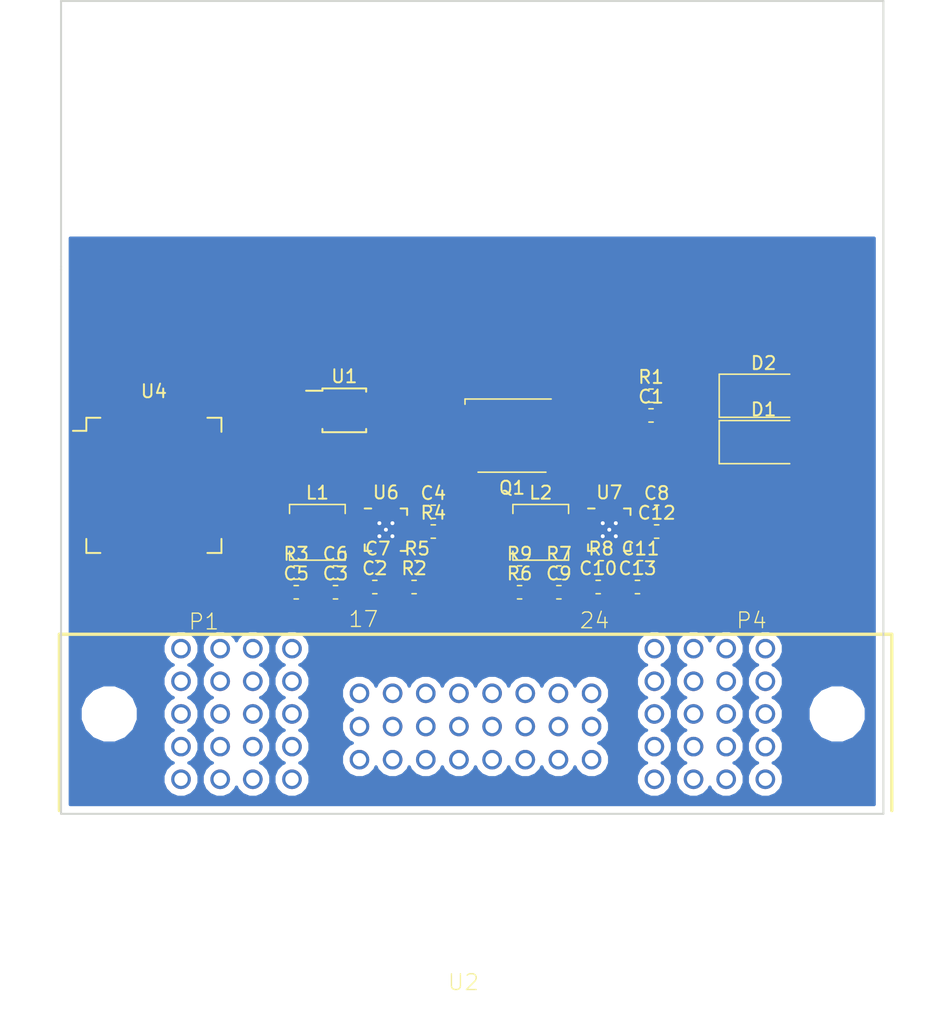
<source format=kicad_pcb>
(kicad_pcb (version 20171130) (host pcbnew 5.0.1)

  (general
    (thickness 1.6)
    (drawings 6)
    (tracks 0)
    (zones 0)
    (modules 32)
    (nets 123)
  )

  (page A4)
  (layers
    (0 F.Cu mixed)
    (1 In1.Cu signal)
    (2 In2.Cu signal)
    (31 B.Cu mixed)
    (32 B.Adhes user)
    (33 F.Adhes user)
    (34 B.Paste user)
    (35 F.Paste user)
    (36 B.SilkS user)
    (37 F.SilkS user)
    (38 B.Mask user)
    (39 F.Mask user)
    (40 Dwgs.User user)
    (41 Cmts.User user)
    (42 Eco1.User user)
    (43 Eco2.User user)
    (44 Edge.Cuts user)
    (45 Margin user)
    (46 B.CrtYd user)
    (47 F.CrtYd user)
    (48 B.Fab user)
    (49 F.Fab user)
  )

  (setup
    (last_trace_width 0.25)
    (trace_clearance 0.2)
    (zone_clearance 0.508)
    (zone_45_only no)
    (trace_min 0.2)
    (segment_width 0.2)
    (edge_width 0.15)
    (via_size 0.8)
    (via_drill 0.4)
    (via_min_size 0.4)
    (via_min_drill 0.3)
    (uvia_size 0.3)
    (uvia_drill 0.1)
    (uvias_allowed no)
    (uvia_min_size 0.2)
    (uvia_min_drill 0.1)
    (pcb_text_width 0.3)
    (pcb_text_size 1.5 1.5)
    (mod_edge_width 0.15)
    (mod_text_size 1 1)
    (mod_text_width 0.15)
    (pad_size 1.524 1.524)
    (pad_drill 0.762)
    (pad_to_mask_clearance 0.2)
    (solder_mask_min_width 0.25)
    (aux_axis_origin 0 0)
    (visible_elements 7FFFFFFF)
    (pcbplotparams
      (layerselection 0x010fc_ffffffff)
      (usegerberextensions false)
      (usegerberattributes false)
      (usegerberadvancedattributes false)
      (creategerberjobfile false)
      (excludeedgelayer true)
      (linewidth 0.100000)
      (plotframeref false)
      (viasonmask false)
      (mode 1)
      (useauxorigin false)
      (hpglpennumber 1)
      (hpglpenspeed 20)
      (hpglpendiameter 15.000000)
      (psnegative false)
      (psa4output false)
      (plotreference true)
      (plotvalue true)
      (plotinvisibletext false)
      (padsonsilk false)
      (subtractmaskfromsilk false)
      (outputformat 1)
      (mirror false)
      (drillshape 1)
      (scaleselection 1)
      (outputdirectory ""))
  )

  (net 0 "")
  (net 1 GND)
  (net 2 "Net-(C1-Pad1)")
  (net 3 "Net-(Q1-Pad4)")
  (net 4 "Net-(U1-Pad3)")
  (net 5 "Net-(U1-Pad5)")
  (net 6 "Net-(C1-Pad2)")
  (net 7 "Net-(U1-Pad7)")
  (net 8 "/5V supply/ITH")
  (net 9 "Net-(C4-Pad1)")
  (net 10 "/5V supply/RT")
  (net 11 +5V)
  (net 12 "/5V supply/FB")
  (net 13 "/3.3V supply/ITH")
  (net 14 "Net-(C10-Pad1)")
  (net 15 "/3.3V supply/RT")
  (net 16 +3V3)
  (net 17 "/3.3V supply/FB")
  (net 18 "Net-(U7-Pad1)")
  (net 19 "/3.3V supply/PGOOD")
  (net 20 "/3.3V supply/SW")
  (net 21 "Net-(U7-Pad5)")
  (net 22 "/3.3V supply/BST")
  (net 23 "/3.3V supply/INTVcc")
  (net 24 "Net-(C2-Pad1)")
  (net 25 "/5V supply/INTVcc")
  (net 26 "/5V supply/BST")
  (net 27 "Net-(U6-Pad5)")
  (net 28 "/5V supply/SW")
  (net 29 "/5V supply/PGOOD")
  (net 30 "Net-(U6-Pad1)")
  (net 31 +12V)
  (net 32 "Net-(D1-Pad2)")
  (net 33 +BATT)
  (net 34 "/3.3V supply/TRACK-SS")
  (net 35 "Net-(U4-Pad1)")
  (net 36 "Net-(U4-Pad2)")
  (net 37 "Net-(U4-Pad3)")
  (net 38 "Net-(U4-Pad4)")
  (net 39 "Net-(U4-Pad5)")
  (net 40 "Net-(U4-Pad6)")
  (net 41 "Net-(U4-Pad7)")
  (net 42 "Net-(U4-Pad8)")
  (net 43 "Net-(U4-Pad9)")
  (net 44 "Net-(U4-Pad10)")
  (net 45 "Net-(U4-Pad11)")
  (net 46 "Net-(U4-Pad12)")
  (net 47 "Net-(U4-Pad13)")
  (net 48 "Net-(U4-Pad14)")
  (net 49 "Net-(U4-Pad15)")
  (net 50 "Net-(U4-Pad16)")
  (net 51 "Net-(U4-Pad17)")
  (net 52 "Net-(U4-Pad18)")
  (net 53 "Net-(U4-Pad19)")
  (net 54 "Net-(U4-Pad20)")
  (net 55 "Net-(U4-Pad21)")
  (net 56 "Net-(U4-Pad22)")
  (net 57 "Net-(U4-Pad23)")
  (net 58 "Net-(U4-Pad24)")
  (net 59 "Net-(U4-Pad25)")
  (net 60 "Net-(U4-Pad26)")
  (net 61 "Net-(U4-Pad27)")
  (net 62 "Net-(U4-Pad28)")
  (net 63 "Net-(U4-Pad29)")
  (net 64 "Net-(U4-Pad30)")
  (net 65 "Net-(U4-Pad31)")
  (net 66 "Net-(U4-Pad32)")
  (net 67 "Net-(U4-Pad33)")
  (net 68 "Net-(U4-Pad34)")
  (net 69 "Net-(U4-Pad35)")
  (net 70 "Net-(U4-Pad36)")
  (net 71 "Net-(U4-Pad37)")
  (net 72 "Net-(U4-Pad38)")
  (net 73 "Net-(U4-Pad39)")
  (net 74 "Net-(U4-Pad40)")
  (net 75 "Net-(U4-Pad41)")
  (net 76 "Net-(U4-Pad42)")
  (net 77 "Net-(U4-Pad43)")
  (net 78 "Net-(U4-Pad44)")
  (net 79 "Net-(U4-Pad45)")
  (net 80 "Net-(U4-Pad46)")
  (net 81 "Net-(U4-Pad47)")
  (net 82 "Net-(U4-Pad48)")
  (net 83 "Net-(U4-Pad49)")
  (net 84 "Net-(U4-Pad50)")
  (net 85 "Net-(U4-Pad51)")
  (net 86 "Net-(U4-Pad52)")
  (net 87 "Net-(U4-Pad53)")
  (net 88 "Net-(U4-Pad54)")
  (net 89 "Net-(U4-Pad55)")
  (net 90 "Net-(U4-Pad56)")
  (net 91 "Net-(U4-Pad57)")
  (net 92 "Net-(U4-Pad58)")
  (net 93 "Net-(U4-Pad59)")
  (net 94 "Net-(U4-Pad60)")
  (net 95 "Net-(U4-Pad61)")
  (net 96 "Net-(U4-Pad62)")
  (net 97 "Net-(U4-Pad63)")
  (net 98 "Net-(U4-Pad64)")
  (net 99 "Net-(U2-Pad1)")
  (net 100 "Net-(U2-Pad2)")
  (net 101 "Net-(U2-Pad3)")
  (net 102 "Net-(U2-Pad4)")
  (net 103 "Net-(U2-Pad5)")
  (net 104 "Net-(U2-Pad6)")
  (net 105 "Net-(U2-Pad7)")
  (net 106 "Net-(U2-Pad8)")
  (net 107 "Net-(U2-Pad9)")
  (net 108 "Net-(U2-Pad10)")
  (net 109 "Net-(U2-Pad11)")
  (net 110 "Net-(U2-Pad12)")
  (net 111 "Net-(U2-Pad13)")
  (net 112 "Net-(U2-Pad14)")
  (net 113 "Net-(U2-Pad15)")
  (net 114 "Net-(U2-Pad16)")
  (net 115 "Net-(U2-Pad17)")
  (net 116 "Net-(U2-Pad18)")
  (net 117 "Net-(U2-Pad19)")
  (net 118 "Net-(U2-Pad20)")
  (net 119 "Net-(U2-Pad21)")
  (net 120 "Net-(U2-Pad22)")
  (net 121 "Net-(U2-Pad23)")
  (net 122 "Net-(U2-Pad24)")

  (net_class Default "This is the default net class."
    (clearance 0.2)
    (trace_width 0.25)
    (via_dia 0.8)
    (via_drill 0.4)
    (uvia_dia 0.3)
    (uvia_drill 0.1)
    (add_net +12V)
    (add_net +3V3)
    (add_net +5V)
    (add_net +BATT)
    (add_net "/3.3V supply/BST")
    (add_net "/3.3V supply/FB")
    (add_net "/3.3V supply/INTVcc")
    (add_net "/3.3V supply/ITH")
    (add_net "/3.3V supply/PGOOD")
    (add_net "/3.3V supply/RT")
    (add_net "/3.3V supply/SW")
    (add_net "/3.3V supply/TRACK-SS")
    (add_net "/5V supply/BST")
    (add_net "/5V supply/FB")
    (add_net "/5V supply/INTVcc")
    (add_net "/5V supply/ITH")
    (add_net "/5V supply/PGOOD")
    (add_net "/5V supply/RT")
    (add_net "/5V supply/SW")
    (add_net GND)
    (add_net "Net-(C1-Pad1)")
    (add_net "Net-(C1-Pad2)")
    (add_net "Net-(C10-Pad1)")
    (add_net "Net-(C2-Pad1)")
    (add_net "Net-(C4-Pad1)")
    (add_net "Net-(D1-Pad2)")
    (add_net "Net-(Q1-Pad4)")
    (add_net "Net-(U1-Pad3)")
    (add_net "Net-(U1-Pad5)")
    (add_net "Net-(U1-Pad7)")
    (add_net "Net-(U2-Pad1)")
    (add_net "Net-(U2-Pad10)")
    (add_net "Net-(U2-Pad11)")
    (add_net "Net-(U2-Pad12)")
    (add_net "Net-(U2-Pad13)")
    (add_net "Net-(U2-Pad14)")
    (add_net "Net-(U2-Pad15)")
    (add_net "Net-(U2-Pad16)")
    (add_net "Net-(U2-Pad17)")
    (add_net "Net-(U2-Pad18)")
    (add_net "Net-(U2-Pad19)")
    (add_net "Net-(U2-Pad2)")
    (add_net "Net-(U2-Pad20)")
    (add_net "Net-(U2-Pad21)")
    (add_net "Net-(U2-Pad22)")
    (add_net "Net-(U2-Pad23)")
    (add_net "Net-(U2-Pad24)")
    (add_net "Net-(U2-Pad3)")
    (add_net "Net-(U2-Pad4)")
    (add_net "Net-(U2-Pad5)")
    (add_net "Net-(U2-Pad6)")
    (add_net "Net-(U2-Pad7)")
    (add_net "Net-(U2-Pad8)")
    (add_net "Net-(U2-Pad9)")
    (add_net "Net-(U4-Pad1)")
    (add_net "Net-(U4-Pad10)")
    (add_net "Net-(U4-Pad11)")
    (add_net "Net-(U4-Pad12)")
    (add_net "Net-(U4-Pad13)")
    (add_net "Net-(U4-Pad14)")
    (add_net "Net-(U4-Pad15)")
    (add_net "Net-(U4-Pad16)")
    (add_net "Net-(U4-Pad17)")
    (add_net "Net-(U4-Pad18)")
    (add_net "Net-(U4-Pad19)")
    (add_net "Net-(U4-Pad2)")
    (add_net "Net-(U4-Pad20)")
    (add_net "Net-(U4-Pad21)")
    (add_net "Net-(U4-Pad22)")
    (add_net "Net-(U4-Pad23)")
    (add_net "Net-(U4-Pad24)")
    (add_net "Net-(U4-Pad25)")
    (add_net "Net-(U4-Pad26)")
    (add_net "Net-(U4-Pad27)")
    (add_net "Net-(U4-Pad28)")
    (add_net "Net-(U4-Pad29)")
    (add_net "Net-(U4-Pad3)")
    (add_net "Net-(U4-Pad30)")
    (add_net "Net-(U4-Pad31)")
    (add_net "Net-(U4-Pad32)")
    (add_net "Net-(U4-Pad33)")
    (add_net "Net-(U4-Pad34)")
    (add_net "Net-(U4-Pad35)")
    (add_net "Net-(U4-Pad36)")
    (add_net "Net-(U4-Pad37)")
    (add_net "Net-(U4-Pad38)")
    (add_net "Net-(U4-Pad39)")
    (add_net "Net-(U4-Pad4)")
    (add_net "Net-(U4-Pad40)")
    (add_net "Net-(U4-Pad41)")
    (add_net "Net-(U4-Pad42)")
    (add_net "Net-(U4-Pad43)")
    (add_net "Net-(U4-Pad44)")
    (add_net "Net-(U4-Pad45)")
    (add_net "Net-(U4-Pad46)")
    (add_net "Net-(U4-Pad47)")
    (add_net "Net-(U4-Pad48)")
    (add_net "Net-(U4-Pad49)")
    (add_net "Net-(U4-Pad5)")
    (add_net "Net-(U4-Pad50)")
    (add_net "Net-(U4-Pad51)")
    (add_net "Net-(U4-Pad52)")
    (add_net "Net-(U4-Pad53)")
    (add_net "Net-(U4-Pad54)")
    (add_net "Net-(U4-Pad55)")
    (add_net "Net-(U4-Pad56)")
    (add_net "Net-(U4-Pad57)")
    (add_net "Net-(U4-Pad58)")
    (add_net "Net-(U4-Pad59)")
    (add_net "Net-(U4-Pad6)")
    (add_net "Net-(U4-Pad60)")
    (add_net "Net-(U4-Pad61)")
    (add_net "Net-(U4-Pad62)")
    (add_net "Net-(U4-Pad63)")
    (add_net "Net-(U4-Pad64)")
    (add_net "Net-(U4-Pad7)")
    (add_net "Net-(U4-Pad8)")
    (add_net "Net-(U4-Pad9)")
    (add_net "Net-(U6-Pad1)")
    (add_net "Net-(U6-Pad5)")
    (add_net "Net-(U7-Pad1)")
    (add_net "Net-(U7-Pad5)")
  )

  (module Exodus_Connectors:ET60T-02-24-02-X-RTX-GP-HS (layer F.Cu) (tedit 0) (tstamp 5C8EA33C)
    (at 82.55 125.73)
    (descr "R/A PLUG TEN60 POWER ASSEM.")
    (path /5C81611C)
    (fp_text reference U2 (at -2.2 13.35) (layer F.SilkS)
      (effects (font (size 1.2065 1.2065) (thickness 0.1016)) (justify left bottom))
    )
    (fp_text value ET60T-02-24-02-X-RTX-GP (at -3.7 -14.35) (layer F.Fab)
      (effects (font (size 1.2065 1.2065) (thickness 0.1016)) (justify left bottom))
    )
    (fp_line (start -36.3761 0) (end 36.3839 0) (layer Dwgs.User) (width 0.1))
    (fp_line (start -31.3761 -13.5) (end 31.3839 -13.5) (layer F.Fab) (width 0.254))
    (fp_line (start 31.3839 -13.5) (end 31.3839 1.496) (layer F.Fab) (width 0.254))
    (fp_line (start 31.3839 1.496) (end 30.7639 1.496) (layer F.Fab) (width 0.254))
    (fp_arc (start 30.7639 2.496) (end 30.7639 1.496) (angle -90) (layer F.Fab) (width 0.254))
    (fp_line (start 29.7639 2.496) (end 29.7639 12.246) (layer F.Fab) (width 0.254))
    (fp_line (start 29.7639 12.246) (end 27.7432 15.746) (layer F.Fab) (width 0.254))
    (fp_line (start 27.7432 15.746) (end 26.3939 15.746) (layer F.Fab) (width 0.254))
    (fp_line (start 26.3939 15.746) (end 26.3939 11.4) (layer F.Fab) (width 0.254))
    (fp_line (start 26.3939 11.4) (end -26.3861 11.4) (layer F.Fab) (width 0.254))
    (fp_line (start -26.3861 11.4) (end -26.3861 15.746) (layer F.Fab) (width 0.254))
    (fp_line (start -26.3861 15.746) (end -27.7354 15.746) (layer F.Fab) (width 0.254))
    (fp_line (start -27.7354 15.746) (end -29.7561 12.246) (layer F.Fab) (width 0.254))
    (fp_line (start -29.7561 12.246) (end -29.7561 2.496) (layer F.Fab) (width 0.254))
    (fp_arc (start -30.7561 2.496) (end -29.7561 2.496) (angle -90) (layer F.Fab) (width 0.254))
    (fp_line (start -30.7561 1.496) (end -31.3761 1.496) (layer F.Fab) (width 0.254))
    (fp_line (start -31.3761 1.496) (end -31.3761 -13.5) (layer F.Fab) (width 0.254))
    (fp_line (start -31.8761 -0.5) (end -31.8761 -14) (layer F.SilkS) (width 0.254))
    (fp_line (start -31.8761 -14) (end 31.8839 -14) (layer F.SilkS) (width 0.254))
    (fp_line (start 31.8839 -14) (end 31.8839 -0.5) (layer F.SilkS) (width 0.254))
    (fp_line (start -31.3776 0) (end 0.0039 0) (layer Dwgs.User) (width 0.1))
    (fp_text user P1 (at -22.05 -14.26) (layer F.SilkS)
      (effects (font (size 1.2065 1.2065) (thickness 0.1016)) (justify left bottom))
    )
    (fp_text user P4 (at 19.9 -14.35) (layer F.SilkS)
      (effects (font (size 1.2065 1.2065) (thickness 0.1016)) (justify left bottom))
    )
    (fp_text user 24 (at 7.9 -14.35) (layer F.SilkS)
      (effects (font (size 1.2065 1.2065) (thickness 0.1016)) (justify left bottom))
    )
    (fp_text user 17 (at -9.8 -14.45) (layer F.SilkS)
      (effects (font (size 1.2065 1.2065) (thickness 0.1016)) (justify left bottom))
    )
    (pad 1 thru_hole circle (at -8.89 -4.4 180) (size 1.5 1.5) (drill 1.02) (layers *.Cu *.Mask)
      (net 99 "Net-(U2-Pad1)") (solder_mask_margin 0.1016))
    (pad 2 thru_hole circle (at -6.35 -4.4 180) (size 1.5 1.5) (drill 1.02) (layers *.Cu *.Mask)
      (net 100 "Net-(U2-Pad2)") (solder_mask_margin 0.1016))
    (pad 3 thru_hole circle (at -3.81 -4.4 180) (size 1.5 1.5) (drill 1.02) (layers *.Cu *.Mask)
      (net 101 "Net-(U2-Pad3)") (solder_mask_margin 0.1016))
    (pad 4 thru_hole circle (at -1.27 -4.4 180) (size 1.5 1.5) (drill 1.02) (layers *.Cu *.Mask)
      (net 102 "Net-(U2-Pad4)") (solder_mask_margin 0.1016))
    (pad 5 thru_hole circle (at 1.27 -4.4 180) (size 1.5 1.5) (drill 1.02) (layers *.Cu *.Mask)
      (net 103 "Net-(U2-Pad5)") (solder_mask_margin 0.1016))
    (pad 6 thru_hole circle (at 3.81 -4.4 180) (size 1.5 1.5) (drill 1.02) (layers *.Cu *.Mask)
      (net 104 "Net-(U2-Pad6)") (solder_mask_margin 0.1016))
    (pad 7 thru_hole circle (at 6.35 -4.4 180) (size 1.5 1.5) (drill 1.02) (layers *.Cu *.Mask)
      (net 105 "Net-(U2-Pad7)") (solder_mask_margin 0.1016))
    (pad 8 thru_hole circle (at 8.89 -4.4 180) (size 1.5 1.5) (drill 1.02) (layers *.Cu *.Mask)
      (net 106 "Net-(U2-Pad8)") (solder_mask_margin 0.1016))
    (pad 9 thru_hole circle (at -8.89 -6.94 180) (size 1.5 1.5) (drill 1.02) (layers *.Cu *.Mask)
      (net 107 "Net-(U2-Pad9)") (solder_mask_margin 0.1016))
    (pad 10 thru_hole circle (at -6.35 -6.94 180) (size 1.5 1.5) (drill 1.02) (layers *.Cu *.Mask)
      (net 108 "Net-(U2-Pad10)") (solder_mask_margin 0.1016))
    (pad 11 thru_hole circle (at -3.81 -6.94 180) (size 1.5 1.5) (drill 1.02) (layers *.Cu *.Mask)
      (net 109 "Net-(U2-Pad11)") (solder_mask_margin 0.1016))
    (pad 12 thru_hole circle (at -1.27 -6.94 180) (size 1.5 1.5) (drill 1.02) (layers *.Cu *.Mask)
      (net 110 "Net-(U2-Pad12)") (solder_mask_margin 0.1016))
    (pad 13 thru_hole circle (at 1.27 -6.94 180) (size 1.5 1.5) (drill 1.02) (layers *.Cu *.Mask)
      (net 111 "Net-(U2-Pad13)") (solder_mask_margin 0.1016))
    (pad 14 thru_hole circle (at 3.81 -6.94 180) (size 1.5 1.5) (drill 1.02) (layers *.Cu *.Mask)
      (net 112 "Net-(U2-Pad14)") (solder_mask_margin 0.1016))
    (pad 15 thru_hole circle (at 6.35 -6.94 180) (size 1.5 1.5) (drill 1.02) (layers *.Cu *.Mask)
      (net 113 "Net-(U2-Pad15)") (solder_mask_margin 0.1016))
    (pad 16 thru_hole circle (at 8.89 -6.94 180) (size 1.5 1.5) (drill 1.02) (layers *.Cu *.Mask)
      (net 114 "Net-(U2-Pad16)") (solder_mask_margin 0.1016))
    (pad 17 thru_hole circle (at -8.89 -9.48 180) (size 1.5 1.5) (drill 1.02) (layers *.Cu *.Mask)
      (net 115 "Net-(U2-Pad17)") (solder_mask_margin 0.1016))
    (pad 18 thru_hole circle (at -6.35 -9.48 180) (size 1.5 1.5) (drill 1.02) (layers *.Cu *.Mask)
      (net 116 "Net-(U2-Pad18)") (solder_mask_margin 0.1016))
    (pad 19 thru_hole circle (at -3.81 -9.48 180) (size 1.5 1.5) (drill 1.02) (layers *.Cu *.Mask)
      (net 117 "Net-(U2-Pad19)") (solder_mask_margin 0.1016))
    (pad 20 thru_hole circle (at -1.27 -9.48 180) (size 1.5 1.5) (drill 1.02) (layers *.Cu *.Mask)
      (net 118 "Net-(U2-Pad20)") (solder_mask_margin 0.1016))
    (pad 21 thru_hole circle (at 1.27 -9.48 180) (size 1.5 1.5) (drill 1.02) (layers *.Cu *.Mask)
      (net 119 "Net-(U2-Pad21)") (solder_mask_margin 0.1016))
    (pad 22 thru_hole circle (at 3.81 -9.48 180) (size 1.5 1.5) (drill 1.02) (layers *.Cu *.Mask)
      (net 120 "Net-(U2-Pad22)") (solder_mask_margin 0.1016))
    (pad 23 thru_hole circle (at 6.35 -9.48 180) (size 1.5 1.5) (drill 1.02) (layers *.Cu *.Mask)
      (net 121 "Net-(U2-Pad23)") (solder_mask_margin 0.1016))
    (pad 24 thru_hole circle (at 8.89 -9.48 180) (size 1.5 1.5) (drill 1.02) (layers *.Cu *.Mask)
      (net 122 "Net-(U2-Pad24)") (solder_mask_margin 0.1016))
    (pad P1-1 thru_hole circle (at -22.56 -12.9 180) (size 1.5 1.5) (drill 1.02) (layers *.Cu *.Mask)
      (solder_mask_margin 0.1016))
    (pad P1-2 thru_hole circle (at -22.56 -10.4 180) (size 1.5 1.5) (drill 1.02) (layers *.Cu *.Mask)
      (solder_mask_margin 0.1016))
    (pad P1-3 thru_hole circle (at -22.56 -7.9 180) (size 1.5 1.5) (drill 1.02) (layers *.Cu *.Mask)
      (solder_mask_margin 0.1016))
    (pad P1-4 thru_hole circle (at -22.56 -5.4 180) (size 1.5 1.5) (drill 1.02) (layers *.Cu *.Mask)
      (solder_mask_margin 0.1016))
    (pad P1-5 thru_hole circle (at -22.56 -2.9 180) (size 1.5 1.5) (drill 1.02) (layers *.Cu *.Mask)
      (solder_mask_margin 0.1016))
    (pad P1-6 thru_hole circle (at -19.56 -12.9 180) (size 1.5 1.5) (drill 1.02) (layers *.Cu *.Mask)
      (solder_mask_margin 0.1016))
    (pad P1-7 thru_hole circle (at -19.56 -10.4 180) (size 1.5 1.5) (drill 1.02) (layers *.Cu *.Mask)
      (solder_mask_margin 0.1016))
    (pad P1-8 thru_hole circle (at -19.56 -7.9 180) (size 1.5 1.5) (drill 1.02) (layers *.Cu *.Mask)
      (solder_mask_margin 0.1016))
    (pad P2-1 thru_hole circle (at -17.06 -12.9 180) (size 1.5 1.5) (drill 1.02) (layers *.Cu *.Mask)
      (solder_mask_margin 0.1016))
    (pad P2-2 thru_hole circle (at -17.06 -10.4 180) (size 1.5 1.5) (drill 1.02) (layers *.Cu *.Mask)
      (solder_mask_margin 0.1016))
    (pad P2-3 thru_hole circle (at -17.06 -7.9 180) (size 1.5 1.5) (drill 1.02) (layers *.Cu *.Mask)
      (solder_mask_margin 0.1016))
    (pad P2-4 thru_hole circle (at -17.06 -5.4 180) (size 1.5 1.5) (drill 1.02) (layers *.Cu *.Mask)
      (solder_mask_margin 0.1016))
    (pad P2-5 thru_hole circle (at -17.06 -2.9 180) (size 1.5 1.5) (drill 1.02) (layers *.Cu *.Mask)
      (solder_mask_margin 0.1016))
    (pad P2-6 thru_hole circle (at -14.06 -12.9 180) (size 1.5 1.5) (drill 1.02) (layers *.Cu *.Mask)
      (solder_mask_margin 0.1016))
    (pad P2-7 thru_hole circle (at -14.06 -10.4 180) (size 1.5 1.5) (drill 1.02) (layers *.Cu *.Mask)
      (solder_mask_margin 0.1016))
    (pad P2-8 thru_hole circle (at -14.06 -7.9 180) (size 1.5 1.5) (drill 1.02) (layers *.Cu *.Mask)
      (solder_mask_margin 0.1016))
    (pad P3-1 thru_hole circle (at 13.7 -12.9 180) (size 1.5 1.5) (drill 1.02) (layers *.Cu *.Mask)
      (solder_mask_margin 0.1016))
    (pad P3-2 thru_hole circle (at 13.7 -10.4 180) (size 1.5 1.5) (drill 1.02) (layers *.Cu *.Mask)
      (solder_mask_margin 0.1016))
    (pad P3-3 thru_hole circle (at 13.7 -7.9 180) (size 1.5 1.5) (drill 1.02) (layers *.Cu *.Mask)
      (solder_mask_margin 0.1016))
    (pad P3-4 thru_hole circle (at 13.7 -5.4 180) (size 1.5 1.5) (drill 1.02) (layers *.Cu *.Mask)
      (solder_mask_margin 0.1016))
    (pad P3-5 thru_hole circle (at 13.7 -2.9 180) (size 1.5 1.5) (drill 1.02) (layers *.Cu *.Mask)
      (solder_mask_margin 0.1016))
    (pad P3-6 thru_hole circle (at 16.7 -12.9 180) (size 1.5 1.5) (drill 1.02) (layers *.Cu *.Mask)
      (solder_mask_margin 0.1016))
    (pad P3-7 thru_hole circle (at 16.7 -10.4 180) (size 1.5 1.5) (drill 1.02) (layers *.Cu *.Mask)
      (solder_mask_margin 0.1016))
    (pad P3-8 thru_hole circle (at 16.7 -7.9 180) (size 1.5 1.5) (drill 1.02) (layers *.Cu *.Mask)
      (solder_mask_margin 0.1016))
    (pad P4-1 thru_hole circle (at 19.2 -12.9 180) (size 1.5 1.5) (drill 1.02) (layers *.Cu *.Mask)
      (solder_mask_margin 0.1016))
    (pad P4-2 thru_hole circle (at 19.2 -10.4 180) (size 1.5 1.5) (drill 1.02) (layers *.Cu *.Mask)
      (solder_mask_margin 0.1016))
    (pad P4-3 thru_hole circle (at 19.2 -7.9 180) (size 1.5 1.5) (drill 1.02) (layers *.Cu *.Mask)
      (solder_mask_margin 0.1016))
    (pad P4-4 thru_hole circle (at 19.2 -5.4 180) (size 1.5 1.5) (drill 1.02) (layers *.Cu *.Mask)
      (solder_mask_margin 0.1016))
    (pad P4-5 thru_hole circle (at 19.2 -2.9 180) (size 1.5 1.5) (drill 1.02) (layers *.Cu *.Mask)
      (solder_mask_margin 0.1016))
    (pad P4-6 thru_hole circle (at 22.2 -12.9 180) (size 1.5 1.5) (drill 1.02) (layers *.Cu *.Mask)
      (solder_mask_margin 0.1016))
    (pad P4-7 thru_hole circle (at 22.2 -10.4 180) (size 1.5 1.5) (drill 1.02) (layers *.Cu *.Mask)
      (solder_mask_margin 0.1016))
    (pad P4-8 thru_hole circle (at 22.2 -7.9 180) (size 1.5 1.5) (drill 1.02) (layers *.Cu *.Mask)
      (solder_mask_margin 0.1016))
    (pad P1-9 thru_hole circle (at -19.56 -5.4 180) (size 1.5 1.5) (drill 1.02) (layers *.Cu *.Mask)
      (solder_mask_margin 0.1016))
    (pad P1-10 thru_hole circle (at -19.56 -2.9 180) (size 1.5 1.5) (drill 1.02) (layers *.Cu *.Mask)
      (solder_mask_margin 0.1016))
    (pad P2-9 thru_hole circle (at -14.06 -5.4 180) (size 1.5 1.5) (drill 1.02) (layers *.Cu *.Mask)
      (solder_mask_margin 0.1016))
    (pad P2-10 thru_hole circle (at -14.06 -2.9 180) (size 1.5 1.5) (drill 1.02) (layers *.Cu *.Mask)
      (solder_mask_margin 0.1016))
    (pad P3-9 thru_hole circle (at 16.7 -5.4 180) (size 1.5 1.5) (drill 1.02) (layers *.Cu *.Mask)
      (solder_mask_margin 0.1016))
    (pad P3-10 thru_hole circle (at 16.7 -2.9 180) (size 1.5 1.5) (drill 1.02) (layers *.Cu *.Mask)
      (solder_mask_margin 0.1016))
    (pad P4-9 thru_hole circle (at 22.2 -5.4 180) (size 1.5 1.5) (drill 1.02) (layers *.Cu *.Mask)
      (solder_mask_margin 0.1016))
    (pad P4-10 thru_hole circle (at 22.2 -2.9 180) (size 1.5 1.5) (drill 1.02) (layers *.Cu *.Mask)
      (solder_mask_margin 0.1016))
    (pad "" np_thru_hole circle (at -28.06 -7.9) (size 3.2 3.2) (drill 3.2) (layers *.Cu))
    (pad "" np_thru_hole circle (at 27.7 -7.9) (size 3.2 3.2) (drill 3.2) (layers *.Cu))
    (model ${CUSTOM_SYMBOL_DIR}/Exodus_Packages.3dshapes/PARTserver02019022805183986355089192d056f/ET60T-D02-3-08-D02-L-R1-S.stp
      (offset (xyz 0 13.5 5))
      (scale (xyz 1 1 1))
      (rotate (xyz -180 0 0))
    )
  )

  (module Package_QFP:LQFP-64_10x10mm_P0.5mm (layer F.Cu) (tedit 5A02F146) (tstamp 5C7FF9B0)
    (at 57.912 100.33)
    (descr "64 LEAD LQFP 10x10mm (see MICREL LQFP10x10-64LD-PL-1.pdf)")
    (tags "QFP 0.5")
    (path /5C8996DE)
    (attr smd)
    (fp_text reference U4 (at 0 -7.2) (layer F.SilkS)
      (effects (font (size 1 1) (thickness 0.15)))
    )
    (fp_text value TM4C1230H6PM (at 0 7.2) (layer F.Fab)
      (effects (font (size 1 1) (thickness 0.15)))
    )
    (fp_text user %R (at 0 0) (layer F.Fab)
      (effects (font (size 1 1) (thickness 0.15)))
    )
    (fp_line (start -4 -5) (end 5 -5) (layer F.Fab) (width 0.15))
    (fp_line (start 5 -5) (end 5 5) (layer F.Fab) (width 0.15))
    (fp_line (start 5 5) (end -5 5) (layer F.Fab) (width 0.15))
    (fp_line (start -5 5) (end -5 -4) (layer F.Fab) (width 0.15))
    (fp_line (start -5 -4) (end -4 -5) (layer F.Fab) (width 0.15))
    (fp_line (start -6.45 -6.45) (end -6.45 6.45) (layer F.CrtYd) (width 0.05))
    (fp_line (start 6.45 -6.45) (end 6.45 6.45) (layer F.CrtYd) (width 0.05))
    (fp_line (start -6.45 -6.45) (end 6.45 -6.45) (layer F.CrtYd) (width 0.05))
    (fp_line (start -6.45 6.45) (end 6.45 6.45) (layer F.CrtYd) (width 0.05))
    (fp_line (start -5.175 -5.175) (end -5.175 -4.175) (layer F.SilkS) (width 0.15))
    (fp_line (start 5.175 -5.175) (end 5.175 -4.1) (layer F.SilkS) (width 0.15))
    (fp_line (start 5.175 5.175) (end 5.175 4.1) (layer F.SilkS) (width 0.15))
    (fp_line (start -5.175 5.175) (end -5.175 4.1) (layer F.SilkS) (width 0.15))
    (fp_line (start -5.175 -5.175) (end -4.1 -5.175) (layer F.SilkS) (width 0.15))
    (fp_line (start -5.175 5.175) (end -4.1 5.175) (layer F.SilkS) (width 0.15))
    (fp_line (start 5.175 5.175) (end 4.1 5.175) (layer F.SilkS) (width 0.15))
    (fp_line (start 5.175 -5.175) (end 4.1 -5.175) (layer F.SilkS) (width 0.15))
    (fp_line (start -5.175 -4.175) (end -6.2 -4.175) (layer F.SilkS) (width 0.15))
    (pad 1 smd rect (at -5.7 -3.75) (size 1 0.25) (layers F.Cu F.Paste F.Mask)
      (net 35 "Net-(U4-Pad1)"))
    (pad 2 smd rect (at -5.7 -3.25) (size 1 0.25) (layers F.Cu F.Paste F.Mask)
      (net 36 "Net-(U4-Pad2)"))
    (pad 3 smd rect (at -5.7 -2.75) (size 1 0.25) (layers F.Cu F.Paste F.Mask)
      (net 37 "Net-(U4-Pad3)"))
    (pad 4 smd rect (at -5.7 -2.25) (size 1 0.25) (layers F.Cu F.Paste F.Mask)
      (net 38 "Net-(U4-Pad4)"))
    (pad 5 smd rect (at -5.7 -1.75) (size 1 0.25) (layers F.Cu F.Paste F.Mask)
      (net 39 "Net-(U4-Pad5)"))
    (pad 6 smd rect (at -5.7 -1.25) (size 1 0.25) (layers F.Cu F.Paste F.Mask)
      (net 40 "Net-(U4-Pad6)"))
    (pad 7 smd rect (at -5.7 -0.75) (size 1 0.25) (layers F.Cu F.Paste F.Mask)
      (net 41 "Net-(U4-Pad7)"))
    (pad 8 smd rect (at -5.7 -0.25) (size 1 0.25) (layers F.Cu F.Paste F.Mask)
      (net 42 "Net-(U4-Pad8)"))
    (pad 9 smd rect (at -5.7 0.25) (size 1 0.25) (layers F.Cu F.Paste F.Mask)
      (net 43 "Net-(U4-Pad9)"))
    (pad 10 smd rect (at -5.7 0.75) (size 1 0.25) (layers F.Cu F.Paste F.Mask)
      (net 44 "Net-(U4-Pad10)"))
    (pad 11 smd rect (at -5.7 1.25) (size 1 0.25) (layers F.Cu F.Paste F.Mask)
      (net 45 "Net-(U4-Pad11)"))
    (pad 12 smd rect (at -5.7 1.75) (size 1 0.25) (layers F.Cu F.Paste F.Mask)
      (net 46 "Net-(U4-Pad12)"))
    (pad 13 smd rect (at -5.7 2.25) (size 1 0.25) (layers F.Cu F.Paste F.Mask)
      (net 47 "Net-(U4-Pad13)"))
    (pad 14 smd rect (at -5.7 2.75) (size 1 0.25) (layers F.Cu F.Paste F.Mask)
      (net 48 "Net-(U4-Pad14)"))
    (pad 15 smd rect (at -5.7 3.25) (size 1 0.25) (layers F.Cu F.Paste F.Mask)
      (net 49 "Net-(U4-Pad15)"))
    (pad 16 smd rect (at -5.7 3.75) (size 1 0.25) (layers F.Cu F.Paste F.Mask)
      (net 50 "Net-(U4-Pad16)"))
    (pad 17 smd rect (at -3.75 5.7 90) (size 1 0.25) (layers F.Cu F.Paste F.Mask)
      (net 51 "Net-(U4-Pad17)"))
    (pad 18 smd rect (at -3.25 5.7 90) (size 1 0.25) (layers F.Cu F.Paste F.Mask)
      (net 52 "Net-(U4-Pad18)"))
    (pad 19 smd rect (at -2.75 5.7 90) (size 1 0.25) (layers F.Cu F.Paste F.Mask)
      (net 53 "Net-(U4-Pad19)"))
    (pad 20 smd rect (at -2.25 5.7 90) (size 1 0.25) (layers F.Cu F.Paste F.Mask)
      (net 54 "Net-(U4-Pad20)"))
    (pad 21 smd rect (at -1.75 5.7 90) (size 1 0.25) (layers F.Cu F.Paste F.Mask)
      (net 55 "Net-(U4-Pad21)"))
    (pad 22 smd rect (at -1.25 5.7 90) (size 1 0.25) (layers F.Cu F.Paste F.Mask)
      (net 56 "Net-(U4-Pad22)"))
    (pad 23 smd rect (at -0.75 5.7 90) (size 1 0.25) (layers F.Cu F.Paste F.Mask)
      (net 57 "Net-(U4-Pad23)"))
    (pad 24 smd rect (at -0.25 5.7 90) (size 1 0.25) (layers F.Cu F.Paste F.Mask)
      (net 58 "Net-(U4-Pad24)"))
    (pad 25 smd rect (at 0.25 5.7 90) (size 1 0.25) (layers F.Cu F.Paste F.Mask)
      (net 59 "Net-(U4-Pad25)"))
    (pad 26 smd rect (at 0.75 5.7 90) (size 1 0.25) (layers F.Cu F.Paste F.Mask)
      (net 60 "Net-(U4-Pad26)"))
    (pad 27 smd rect (at 1.25 5.7 90) (size 1 0.25) (layers F.Cu F.Paste F.Mask)
      (net 61 "Net-(U4-Pad27)"))
    (pad 28 smd rect (at 1.75 5.7 90) (size 1 0.25) (layers F.Cu F.Paste F.Mask)
      (net 62 "Net-(U4-Pad28)"))
    (pad 29 smd rect (at 2.25 5.7 90) (size 1 0.25) (layers F.Cu F.Paste F.Mask)
      (net 63 "Net-(U4-Pad29)"))
    (pad 30 smd rect (at 2.75 5.7 90) (size 1 0.25) (layers F.Cu F.Paste F.Mask)
      (net 64 "Net-(U4-Pad30)"))
    (pad 31 smd rect (at 3.25 5.7 90) (size 1 0.25) (layers F.Cu F.Paste F.Mask)
      (net 65 "Net-(U4-Pad31)"))
    (pad 32 smd rect (at 3.75 5.7 90) (size 1 0.25) (layers F.Cu F.Paste F.Mask)
      (net 66 "Net-(U4-Pad32)"))
    (pad 33 smd rect (at 5.7 3.75) (size 1 0.25) (layers F.Cu F.Paste F.Mask)
      (net 67 "Net-(U4-Pad33)"))
    (pad 34 smd rect (at 5.7 3.25) (size 1 0.25) (layers F.Cu F.Paste F.Mask)
      (net 68 "Net-(U4-Pad34)"))
    (pad 35 smd rect (at 5.7 2.75) (size 1 0.25) (layers F.Cu F.Paste F.Mask)
      (net 69 "Net-(U4-Pad35)"))
    (pad 36 smd rect (at 5.7 2.25) (size 1 0.25) (layers F.Cu F.Paste F.Mask)
      (net 70 "Net-(U4-Pad36)"))
    (pad 37 smd rect (at 5.7 1.75) (size 1 0.25) (layers F.Cu F.Paste F.Mask)
      (net 71 "Net-(U4-Pad37)"))
    (pad 38 smd rect (at 5.7 1.25) (size 1 0.25) (layers F.Cu F.Paste F.Mask)
      (net 72 "Net-(U4-Pad38)"))
    (pad 39 smd rect (at 5.7 0.75) (size 1 0.25) (layers F.Cu F.Paste F.Mask)
      (net 73 "Net-(U4-Pad39)"))
    (pad 40 smd rect (at 5.7 0.25) (size 1 0.25) (layers F.Cu F.Paste F.Mask)
      (net 74 "Net-(U4-Pad40)"))
    (pad 41 smd rect (at 5.7 -0.25) (size 1 0.25) (layers F.Cu F.Paste F.Mask)
      (net 75 "Net-(U4-Pad41)"))
    (pad 42 smd rect (at 5.7 -0.75) (size 1 0.25) (layers F.Cu F.Paste F.Mask)
      (net 76 "Net-(U4-Pad42)"))
    (pad 43 smd rect (at 5.7 -1.25) (size 1 0.25) (layers F.Cu F.Paste F.Mask)
      (net 77 "Net-(U4-Pad43)"))
    (pad 44 smd rect (at 5.7 -1.75) (size 1 0.25) (layers F.Cu F.Paste F.Mask)
      (net 78 "Net-(U4-Pad44)"))
    (pad 45 smd rect (at 5.7 -2.25) (size 1 0.25) (layers F.Cu F.Paste F.Mask)
      (net 79 "Net-(U4-Pad45)"))
    (pad 46 smd rect (at 5.7 -2.75) (size 1 0.25) (layers F.Cu F.Paste F.Mask)
      (net 80 "Net-(U4-Pad46)"))
    (pad 47 smd rect (at 5.7 -3.25) (size 1 0.25) (layers F.Cu F.Paste F.Mask)
      (net 81 "Net-(U4-Pad47)"))
    (pad 48 smd rect (at 5.7 -3.75) (size 1 0.25) (layers F.Cu F.Paste F.Mask)
      (net 82 "Net-(U4-Pad48)"))
    (pad 49 smd rect (at 3.75 -5.7 90) (size 1 0.25) (layers F.Cu F.Paste F.Mask)
      (net 83 "Net-(U4-Pad49)"))
    (pad 50 smd rect (at 3.25 -5.7 90) (size 1 0.25) (layers F.Cu F.Paste F.Mask)
      (net 84 "Net-(U4-Pad50)"))
    (pad 51 smd rect (at 2.75 -5.7 90) (size 1 0.25) (layers F.Cu F.Paste F.Mask)
      (net 85 "Net-(U4-Pad51)"))
    (pad 52 smd rect (at 2.25 -5.7 90) (size 1 0.25) (layers F.Cu F.Paste F.Mask)
      (net 86 "Net-(U4-Pad52)"))
    (pad 53 smd rect (at 1.75 -5.7 90) (size 1 0.25) (layers F.Cu F.Paste F.Mask)
      (net 87 "Net-(U4-Pad53)"))
    (pad 54 smd rect (at 1.25 -5.7 90) (size 1 0.25) (layers F.Cu F.Paste F.Mask)
      (net 88 "Net-(U4-Pad54)"))
    (pad 55 smd rect (at 0.75 -5.7 90) (size 1 0.25) (layers F.Cu F.Paste F.Mask)
      (net 89 "Net-(U4-Pad55)"))
    (pad 56 smd rect (at 0.25 -5.7 90) (size 1 0.25) (layers F.Cu F.Paste F.Mask)
      (net 90 "Net-(U4-Pad56)"))
    (pad 57 smd rect (at -0.25 -5.7 90) (size 1 0.25) (layers F.Cu F.Paste F.Mask)
      (net 91 "Net-(U4-Pad57)"))
    (pad 58 smd rect (at -0.75 -5.7 90) (size 1 0.25) (layers F.Cu F.Paste F.Mask)
      (net 92 "Net-(U4-Pad58)"))
    (pad 59 smd rect (at -1.25 -5.7 90) (size 1 0.25) (layers F.Cu F.Paste F.Mask)
      (net 93 "Net-(U4-Pad59)"))
    (pad 60 smd rect (at -1.75 -5.7 90) (size 1 0.25) (layers F.Cu F.Paste F.Mask)
      (net 94 "Net-(U4-Pad60)"))
    (pad 61 smd rect (at -2.25 -5.7 90) (size 1 0.25) (layers F.Cu F.Paste F.Mask)
      (net 95 "Net-(U4-Pad61)"))
    (pad 62 smd rect (at -2.75 -5.7 90) (size 1 0.25) (layers F.Cu F.Paste F.Mask)
      (net 96 "Net-(U4-Pad62)"))
    (pad 63 smd rect (at -3.25 -5.7 90) (size 1 0.25) (layers F.Cu F.Paste F.Mask)
      (net 97 "Net-(U4-Pad63)"))
    (pad 64 smd rect (at -3.75 -5.7 90) (size 1 0.25) (layers F.Cu F.Paste F.Mask)
      (net 98 "Net-(U4-Pad64)"))
    (model ${KISYS3DMOD}/Package_QFP.3dshapes/LQFP-64_10x10mm_P0.5mm.wrl
      (at (xyz 0 0 0))
      (scale (xyz 1 1 1))
      (rotate (xyz 0 0 0))
    )
  )

  (module Diode_SMD:D_SMA (layer F.Cu) (tedit 586432E5) (tstamp 5C7C4A88)
    (at 104.617001 97.019001)
    (descr "Diode SMA (DO-214AC)")
    (tags "Diode SMA (DO-214AC)")
    (path /5B5C1886)
    (attr smd)
    (fp_text reference D1 (at 0 -2.5) (layer F.SilkS)
      (effects (font (size 1 1) (thickness 0.15)))
    )
    (fp_text value SMAT70A (at 0 2.6) (layer F.Fab)
      (effects (font (size 1 1) (thickness 0.15)))
    )
    (fp_line (start -3.4 -1.65) (end 2 -1.65) (layer F.SilkS) (width 0.12))
    (fp_line (start -3.4 1.65) (end 2 1.65) (layer F.SilkS) (width 0.12))
    (fp_line (start -0.64944 0.00102) (end 0.50118 -0.79908) (layer F.Fab) (width 0.1))
    (fp_line (start -0.64944 0.00102) (end 0.50118 0.75032) (layer F.Fab) (width 0.1))
    (fp_line (start 0.50118 0.75032) (end 0.50118 -0.79908) (layer F.Fab) (width 0.1))
    (fp_line (start -0.64944 -0.79908) (end -0.64944 0.80112) (layer F.Fab) (width 0.1))
    (fp_line (start 0.50118 0.00102) (end 1.4994 0.00102) (layer F.Fab) (width 0.1))
    (fp_line (start -0.64944 0.00102) (end -1.55114 0.00102) (layer F.Fab) (width 0.1))
    (fp_line (start -3.5 1.75) (end -3.5 -1.75) (layer F.CrtYd) (width 0.05))
    (fp_line (start 3.5 1.75) (end -3.5 1.75) (layer F.CrtYd) (width 0.05))
    (fp_line (start 3.5 -1.75) (end 3.5 1.75) (layer F.CrtYd) (width 0.05))
    (fp_line (start -3.5 -1.75) (end 3.5 -1.75) (layer F.CrtYd) (width 0.05))
    (fp_line (start 2.3 -1.5) (end -2.3 -1.5) (layer F.Fab) (width 0.1))
    (fp_line (start 2.3 -1.5) (end 2.3 1.5) (layer F.Fab) (width 0.1))
    (fp_line (start -2.3 1.5) (end -2.3 -1.5) (layer F.Fab) (width 0.1))
    (fp_line (start 2.3 1.5) (end -2.3 1.5) (layer F.Fab) (width 0.1))
    (fp_line (start -3.4 -1.65) (end -3.4 1.65) (layer F.SilkS) (width 0.12))
    (fp_text user %R (at 0 -2.5) (layer F.Fab)
      (effects (font (size 1 1) (thickness 0.15)))
    )
    (pad 2 smd rect (at 2 0) (size 2.5 1.8) (layers F.Cu F.Paste F.Mask)
      (net 32 "Net-(D1-Pad2)"))
    (pad 1 smd rect (at -2 0) (size 2.5 1.8) (layers F.Cu F.Paste F.Mask)
      (net 33 +BATT))
    (model ${KISYS3DMOD}/Diode_SMD.3dshapes/D_SMA.wrl
      (at (xyz 0 0 0))
      (scale (xyz 1 1 1))
      (rotate (xyz 0 0 0))
    )
  )

  (module Diode_SMD:D_SMA (layer F.Cu) (tedit 586432E5) (tstamp 5C7C4A70)
    (at 104.617001 93.469001)
    (descr "Diode SMA (DO-214AC)")
    (tags "Diode SMA (DO-214AC)")
    (path /5B5C18DC)
    (attr smd)
    (fp_text reference D2 (at 0 -2.5) (layer F.SilkS)
      (effects (font (size 1 1) (thickness 0.15)))
    )
    (fp_text value SMAJ24A (at 0 2.6) (layer F.Fab)
      (effects (font (size 1 1) (thickness 0.15)))
    )
    (fp_text user %R (at 0 -2.5) (layer F.Fab)
      (effects (font (size 1 1) (thickness 0.15)))
    )
    (fp_line (start -3.4 -1.65) (end -3.4 1.65) (layer F.SilkS) (width 0.12))
    (fp_line (start 2.3 1.5) (end -2.3 1.5) (layer F.Fab) (width 0.1))
    (fp_line (start -2.3 1.5) (end -2.3 -1.5) (layer F.Fab) (width 0.1))
    (fp_line (start 2.3 -1.5) (end 2.3 1.5) (layer F.Fab) (width 0.1))
    (fp_line (start 2.3 -1.5) (end -2.3 -1.5) (layer F.Fab) (width 0.1))
    (fp_line (start -3.5 -1.75) (end 3.5 -1.75) (layer F.CrtYd) (width 0.05))
    (fp_line (start 3.5 -1.75) (end 3.5 1.75) (layer F.CrtYd) (width 0.05))
    (fp_line (start 3.5 1.75) (end -3.5 1.75) (layer F.CrtYd) (width 0.05))
    (fp_line (start -3.5 1.75) (end -3.5 -1.75) (layer F.CrtYd) (width 0.05))
    (fp_line (start -0.64944 0.00102) (end -1.55114 0.00102) (layer F.Fab) (width 0.1))
    (fp_line (start 0.50118 0.00102) (end 1.4994 0.00102) (layer F.Fab) (width 0.1))
    (fp_line (start -0.64944 -0.79908) (end -0.64944 0.80112) (layer F.Fab) (width 0.1))
    (fp_line (start 0.50118 0.75032) (end 0.50118 -0.79908) (layer F.Fab) (width 0.1))
    (fp_line (start -0.64944 0.00102) (end 0.50118 0.75032) (layer F.Fab) (width 0.1))
    (fp_line (start -0.64944 0.00102) (end 0.50118 -0.79908) (layer F.Fab) (width 0.1))
    (fp_line (start -3.4 1.65) (end 2 1.65) (layer F.SilkS) (width 0.12))
    (fp_line (start -3.4 -1.65) (end 2 -1.65) (layer F.SilkS) (width 0.12))
    (pad 1 smd rect (at -2 0) (size 2.5 1.8) (layers F.Cu F.Paste F.Mask)
      (net 6 "Net-(C1-Pad2)"))
    (pad 2 smd rect (at 2 0) (size 2.5 1.8) (layers F.Cu F.Paste F.Mask)
      (net 32 "Net-(D1-Pad2)"))
    (model ${KISYS3DMOD}/Diode_SMD.3dshapes/D_SMA.wrl
      (at (xyz 0 0 0))
      (scale (xyz 1 1 1))
      (rotate (xyz 0 0 0))
    )
  )

  (module Capacitor_SMD:C_0603_1608Metric (layer F.Cu) (tedit 5B301BBE) (tstamp 5C7C36BB)
    (at 95.993001 94.975001)
    (descr "Capacitor SMD 0603 (1608 Metric), square (rectangular) end terminal, IPC_7351 nominal, (Body size source: http://www.tortai-tech.com/upload/download/2011102023233369053.pdf), generated with kicad-footprint-generator")
    (tags capacitor)
    (path /5B5C52EA)
    (attr smd)
    (fp_text reference C1 (at 0 -1.43) (layer F.SilkS)
      (effects (font (size 1 1) (thickness 0.15)))
    )
    (fp_text value 47u (at 0 1.43) (layer F.Fab)
      (effects (font (size 1 1) (thickness 0.15)))
    )
    (fp_line (start -0.8 0.4) (end -0.8 -0.4) (layer F.Fab) (width 0.1))
    (fp_line (start -0.8 -0.4) (end 0.8 -0.4) (layer F.Fab) (width 0.1))
    (fp_line (start 0.8 -0.4) (end 0.8 0.4) (layer F.Fab) (width 0.1))
    (fp_line (start 0.8 0.4) (end -0.8 0.4) (layer F.Fab) (width 0.1))
    (fp_line (start -0.162779 -0.51) (end 0.162779 -0.51) (layer F.SilkS) (width 0.12))
    (fp_line (start -0.162779 0.51) (end 0.162779 0.51) (layer F.SilkS) (width 0.12))
    (fp_line (start -1.48 0.73) (end -1.48 -0.73) (layer F.CrtYd) (width 0.05))
    (fp_line (start -1.48 -0.73) (end 1.48 -0.73) (layer F.CrtYd) (width 0.05))
    (fp_line (start 1.48 -0.73) (end 1.48 0.73) (layer F.CrtYd) (width 0.05))
    (fp_line (start 1.48 0.73) (end -1.48 0.73) (layer F.CrtYd) (width 0.05))
    (fp_text user %R (at 0 0) (layer F.Fab)
      (effects (font (size 0.4 0.4) (thickness 0.06)))
    )
    (pad 1 smd roundrect (at -0.7875 0) (size 0.875 0.95) (layers F.Cu F.Paste F.Mask) (roundrect_rratio 0.25)
      (net 2 "Net-(C1-Pad1)"))
    (pad 2 smd roundrect (at 0.7875 0) (size 0.875 0.95) (layers F.Cu F.Paste F.Mask) (roundrect_rratio 0.25)
      (net 6 "Net-(C1-Pad2)"))
    (model ${KISYS3DMOD}/Capacitor_SMD.3dshapes/C_0603_1608Metric.wrl
      (at (xyz 0 0 0))
      (scale (xyz 1 1 1))
      (rotate (xyz 0 0 0))
    )
  )

  (module Resistor_SMD:R_0603_1608Metric (layer F.Cu) (tedit 5B301BBD) (tstamp 5C7C3290)
    (at 95.993001 93.465001)
    (descr "Resistor SMD 0603 (1608 Metric), square (rectangular) end terminal, IPC_7351 nominal, (Body size source: http://www.tortai-tech.com/upload/download/2011102023233369053.pdf), generated with kicad-footprint-generator")
    (tags resistor)
    (path /5B5C089C)
    (attr smd)
    (fp_text reference R1 (at 0 -1.43) (layer F.SilkS)
      (effects (font (size 1 1) (thickness 0.15)))
    )
    (fp_text value 1k (at 0 1.43) (layer F.Fab)
      (effects (font (size 1 1) (thickness 0.15)))
    )
    (fp_line (start -0.8 0.4) (end -0.8 -0.4) (layer F.Fab) (width 0.1))
    (fp_line (start -0.8 -0.4) (end 0.8 -0.4) (layer F.Fab) (width 0.1))
    (fp_line (start 0.8 -0.4) (end 0.8 0.4) (layer F.Fab) (width 0.1))
    (fp_line (start 0.8 0.4) (end -0.8 0.4) (layer F.Fab) (width 0.1))
    (fp_line (start -0.162779 -0.51) (end 0.162779 -0.51) (layer F.SilkS) (width 0.12))
    (fp_line (start -0.162779 0.51) (end 0.162779 0.51) (layer F.SilkS) (width 0.12))
    (fp_line (start -1.48 0.73) (end -1.48 -0.73) (layer F.CrtYd) (width 0.05))
    (fp_line (start -1.48 -0.73) (end 1.48 -0.73) (layer F.CrtYd) (width 0.05))
    (fp_line (start 1.48 -0.73) (end 1.48 0.73) (layer F.CrtYd) (width 0.05))
    (fp_line (start 1.48 0.73) (end -1.48 0.73) (layer F.CrtYd) (width 0.05))
    (fp_text user %R (at 0 0) (layer F.Fab)
      (effects (font (size 0.4 0.4) (thickness 0.06)))
    )
    (pad 1 smd roundrect (at -0.7875 0) (size 0.875 0.95) (layers F.Cu F.Paste F.Mask) (roundrect_rratio 0.25)
      (net 6 "Net-(C1-Pad2)"))
    (pad 2 smd roundrect (at 0.7875 0) (size 0.875 0.95) (layers F.Cu F.Paste F.Mask) (roundrect_rratio 0.25)
      (net 1 GND))
    (model ${KISYS3DMOD}/Resistor_SMD.3dshapes/R_0603_1608Metric.wrl
      (at (xyz 0 0 0))
      (scale (xyz 1 1 1))
      (rotate (xyz 0 0 0))
    )
  )

  (module Capacitor_SMD:C_0603_1608Metric (layer F.Cu) (tedit 5B301BBE) (tstamp 5C7C1C79)
    (at 94.955001 108.115001)
    (descr "Capacitor SMD 0603 (1608 Metric), square (rectangular) end terminal, IPC_7351 nominal, (Body size source: http://www.tortai-tech.com/upload/download/2011102023233369053.pdf), generated with kicad-footprint-generator")
    (tags capacitor)
    (path /5B5BFDA8/5C4F14B3)
    (attr smd)
    (fp_text reference C13 (at 0 -1.43) (layer F.SilkS)
      (effects (font (size 1 1) (thickness 0.15)))
    )
    (fp_text value 47u (at 0 1.43) (layer F.Fab)
      (effects (font (size 1 1) (thickness 0.15)))
    )
    (fp_text user %R (at 0 0) (layer F.Fab)
      (effects (font (size 0.4 0.4) (thickness 0.06)))
    )
    (fp_line (start 1.48 0.73) (end -1.48 0.73) (layer F.CrtYd) (width 0.05))
    (fp_line (start 1.48 -0.73) (end 1.48 0.73) (layer F.CrtYd) (width 0.05))
    (fp_line (start -1.48 -0.73) (end 1.48 -0.73) (layer F.CrtYd) (width 0.05))
    (fp_line (start -1.48 0.73) (end -1.48 -0.73) (layer F.CrtYd) (width 0.05))
    (fp_line (start -0.162779 0.51) (end 0.162779 0.51) (layer F.SilkS) (width 0.12))
    (fp_line (start -0.162779 -0.51) (end 0.162779 -0.51) (layer F.SilkS) (width 0.12))
    (fp_line (start 0.8 0.4) (end -0.8 0.4) (layer F.Fab) (width 0.1))
    (fp_line (start 0.8 -0.4) (end 0.8 0.4) (layer F.Fab) (width 0.1))
    (fp_line (start -0.8 -0.4) (end 0.8 -0.4) (layer F.Fab) (width 0.1))
    (fp_line (start -0.8 0.4) (end -0.8 -0.4) (layer F.Fab) (width 0.1))
    (pad 2 smd roundrect (at 0.7875 0) (size 0.875 0.95) (layers F.Cu F.Paste F.Mask) (roundrect_rratio 0.25)
      (net 1 GND))
    (pad 1 smd roundrect (at -0.7875 0) (size 0.875 0.95) (layers F.Cu F.Paste F.Mask) (roundrect_rratio 0.25)
      (net 16 +3V3))
    (model ${KISYS3DMOD}/Capacitor_SMD.3dshapes/C_0603_1608Metric.wrl
      (at (xyz 0 0 0))
      (scale (xyz 1 1 1))
      (rotate (xyz 0 0 0))
    )
  )

  (module Capacitor_SMD:C_0603_1608Metric (layer F.Cu) (tedit 5B301BBE) (tstamp 5C7C1C68)
    (at 96.425001 103.865001)
    (descr "Capacitor SMD 0603 (1608 Metric), square (rectangular) end terminal, IPC_7351 nominal, (Body size source: http://www.tortai-tech.com/upload/download/2011102023233369053.pdf), generated with kicad-footprint-generator")
    (tags capacitor)
    (path /5B5BFDA8/5C77DD5D)
    (attr smd)
    (fp_text reference C12 (at 0 -1.43) (layer F.SilkS)
      (effects (font (size 1 1) (thickness 0.15)))
    )
    (fp_text value 0.1u (at 0 1.43) (layer F.Fab)
      (effects (font (size 1 1) (thickness 0.15)))
    )
    (fp_line (start -0.8 0.4) (end -0.8 -0.4) (layer F.Fab) (width 0.1))
    (fp_line (start -0.8 -0.4) (end 0.8 -0.4) (layer F.Fab) (width 0.1))
    (fp_line (start 0.8 -0.4) (end 0.8 0.4) (layer F.Fab) (width 0.1))
    (fp_line (start 0.8 0.4) (end -0.8 0.4) (layer F.Fab) (width 0.1))
    (fp_line (start -0.162779 -0.51) (end 0.162779 -0.51) (layer F.SilkS) (width 0.12))
    (fp_line (start -0.162779 0.51) (end 0.162779 0.51) (layer F.SilkS) (width 0.12))
    (fp_line (start -1.48 0.73) (end -1.48 -0.73) (layer F.CrtYd) (width 0.05))
    (fp_line (start -1.48 -0.73) (end 1.48 -0.73) (layer F.CrtYd) (width 0.05))
    (fp_line (start 1.48 -0.73) (end 1.48 0.73) (layer F.CrtYd) (width 0.05))
    (fp_line (start 1.48 0.73) (end -1.48 0.73) (layer F.CrtYd) (width 0.05))
    (fp_text user %R (at 0 0) (layer F.Fab)
      (effects (font (size 0.4 0.4) (thickness 0.06)))
    )
    (pad 1 smd roundrect (at -0.7875 0) (size 0.875 0.95) (layers F.Cu F.Paste F.Mask) (roundrect_rratio 0.25)
      (net 22 "/3.3V supply/BST"))
    (pad 2 smd roundrect (at 0.7875 0) (size 0.875 0.95) (layers F.Cu F.Paste F.Mask) (roundrect_rratio 0.25)
      (net 20 "/3.3V supply/SW"))
    (model ${KISYS3DMOD}/Capacitor_SMD.3dshapes/C_0603_1608Metric.wrl
      (at (xyz 0 0 0))
      (scale (xyz 1 1 1))
      (rotate (xyz 0 0 0))
    )
  )

  (module Capacitor_SMD:C_0603_1608Metric (layer F.Cu) (tedit 5B301BBE) (tstamp 5C7C1C57)
    (at 95.185001 106.605001)
    (descr "Capacitor SMD 0603 (1608 Metric), square (rectangular) end terminal, IPC_7351 nominal, (Body size source: http://www.tortai-tech.com/upload/download/2011102023233369053.pdf), generated with kicad-footprint-generator")
    (tags capacitor)
    (path /5B5BFDA8/5C77DD5A)
    (attr smd)
    (fp_text reference C11 (at 0 -1.43) (layer F.SilkS)
      (effects (font (size 1 1) (thickness 0.15)))
    )
    (fp_text value 22u (at 0 1.43) (layer F.Fab)
      (effects (font (size 1 1) (thickness 0.15)))
    )
    (fp_text user %R (at 0 0) (layer F.Fab)
      (effects (font (size 0.4 0.4) (thickness 0.06)))
    )
    (fp_line (start 1.48 0.73) (end -1.48 0.73) (layer F.CrtYd) (width 0.05))
    (fp_line (start 1.48 -0.73) (end 1.48 0.73) (layer F.CrtYd) (width 0.05))
    (fp_line (start -1.48 -0.73) (end 1.48 -0.73) (layer F.CrtYd) (width 0.05))
    (fp_line (start -1.48 0.73) (end -1.48 -0.73) (layer F.CrtYd) (width 0.05))
    (fp_line (start -0.162779 0.51) (end 0.162779 0.51) (layer F.SilkS) (width 0.12))
    (fp_line (start -0.162779 -0.51) (end 0.162779 -0.51) (layer F.SilkS) (width 0.12))
    (fp_line (start 0.8 0.4) (end -0.8 0.4) (layer F.Fab) (width 0.1))
    (fp_line (start 0.8 -0.4) (end 0.8 0.4) (layer F.Fab) (width 0.1))
    (fp_line (start -0.8 -0.4) (end 0.8 -0.4) (layer F.Fab) (width 0.1))
    (fp_line (start -0.8 0.4) (end -0.8 -0.4) (layer F.Fab) (width 0.1))
    (pad 2 smd roundrect (at 0.7875 0) (size 0.875 0.95) (layers F.Cu F.Paste F.Mask) (roundrect_rratio 0.25)
      (net 1 GND))
    (pad 1 smd roundrect (at -0.7875 0) (size 0.875 0.95) (layers F.Cu F.Paste F.Mask) (roundrect_rratio 0.25)
      (net 31 +12V))
    (model ${KISYS3DMOD}/Capacitor_SMD.3dshapes/C_0603_1608Metric.wrl
      (at (xyz 0 0 0))
      (scale (xyz 1 1 1))
      (rotate (xyz 0 0 0))
    )
  )

  (module Capacitor_SMD:C_0603_1608Metric (layer F.Cu) (tedit 5B301BBE) (tstamp 5C7C1C46)
    (at 91.945001 108.115001)
    (descr "Capacitor SMD 0603 (1608 Metric), square (rectangular) end terminal, IPC_7351 nominal, (Body size source: http://www.tortai-tech.com/upload/download/2011102023233369053.pdf), generated with kicad-footprint-generator")
    (tags capacitor)
    (path /5B5BFDA8/5C4E5CE7)
    (attr smd)
    (fp_text reference C10 (at 0 -1.43) (layer F.SilkS)
      (effects (font (size 1 1) (thickness 0.15)))
    )
    (fp_text value 330p (at 0 1.43) (layer F.Fab)
      (effects (font (size 1 1) (thickness 0.15)))
    )
    (fp_line (start -0.8 0.4) (end -0.8 -0.4) (layer F.Fab) (width 0.1))
    (fp_line (start -0.8 -0.4) (end 0.8 -0.4) (layer F.Fab) (width 0.1))
    (fp_line (start 0.8 -0.4) (end 0.8 0.4) (layer F.Fab) (width 0.1))
    (fp_line (start 0.8 0.4) (end -0.8 0.4) (layer F.Fab) (width 0.1))
    (fp_line (start -0.162779 -0.51) (end 0.162779 -0.51) (layer F.SilkS) (width 0.12))
    (fp_line (start -0.162779 0.51) (end 0.162779 0.51) (layer F.SilkS) (width 0.12))
    (fp_line (start -1.48 0.73) (end -1.48 -0.73) (layer F.CrtYd) (width 0.05))
    (fp_line (start -1.48 -0.73) (end 1.48 -0.73) (layer F.CrtYd) (width 0.05))
    (fp_line (start 1.48 -0.73) (end 1.48 0.73) (layer F.CrtYd) (width 0.05))
    (fp_line (start 1.48 0.73) (end -1.48 0.73) (layer F.CrtYd) (width 0.05))
    (fp_text user %R (at 0 0) (layer F.Fab)
      (effects (font (size 0.4 0.4) (thickness 0.06)))
    )
    (pad 1 smd roundrect (at -0.7875 0) (size 0.875 0.95) (layers F.Cu F.Paste F.Mask) (roundrect_rratio 0.25)
      (net 14 "Net-(C10-Pad1)"))
    (pad 2 smd roundrect (at 0.7875 0) (size 0.875 0.95) (layers F.Cu F.Paste F.Mask) (roundrect_rratio 0.25)
      (net 1 GND))
    (model ${KISYS3DMOD}/Capacitor_SMD.3dshapes/C_0603_1608Metric.wrl
      (at (xyz 0 0 0))
      (scale (xyz 1 1 1))
      (rotate (xyz 0 0 0))
    )
  )

  (module Capacitor_SMD:C_0603_1608Metric (layer F.Cu) (tedit 5B301BBE) (tstamp 5C7C1C35)
    (at 88.935001 108.515001)
    (descr "Capacitor SMD 0603 (1608 Metric), square (rectangular) end terminal, IPC_7351 nominal, (Body size source: http://www.tortai-tech.com/upload/download/2011102023233369053.pdf), generated with kicad-footprint-generator")
    (tags capacitor)
    (path /5B5BFDA8/5C77DD57)
    (attr smd)
    (fp_text reference C9 (at 0 -1.43) (layer F.SilkS)
      (effects (font (size 1 1) (thickness 0.15)))
    )
    (fp_text value 2.2u (at 0 1.43) (layer F.Fab)
      (effects (font (size 1 1) (thickness 0.15)))
    )
    (fp_text user %R (at 0 0) (layer F.Fab)
      (effects (font (size 0.4 0.4) (thickness 0.06)))
    )
    (fp_line (start 1.48 0.73) (end -1.48 0.73) (layer F.CrtYd) (width 0.05))
    (fp_line (start 1.48 -0.73) (end 1.48 0.73) (layer F.CrtYd) (width 0.05))
    (fp_line (start -1.48 -0.73) (end 1.48 -0.73) (layer F.CrtYd) (width 0.05))
    (fp_line (start -1.48 0.73) (end -1.48 -0.73) (layer F.CrtYd) (width 0.05))
    (fp_line (start -0.162779 0.51) (end 0.162779 0.51) (layer F.SilkS) (width 0.12))
    (fp_line (start -0.162779 -0.51) (end 0.162779 -0.51) (layer F.SilkS) (width 0.12))
    (fp_line (start 0.8 0.4) (end -0.8 0.4) (layer F.Fab) (width 0.1))
    (fp_line (start 0.8 -0.4) (end 0.8 0.4) (layer F.Fab) (width 0.1))
    (fp_line (start -0.8 -0.4) (end 0.8 -0.4) (layer F.Fab) (width 0.1))
    (fp_line (start -0.8 0.4) (end -0.8 -0.4) (layer F.Fab) (width 0.1))
    (pad 2 smd roundrect (at 0.7875 0) (size 0.875 0.95) (layers F.Cu F.Paste F.Mask) (roundrect_rratio 0.25)
      (net 1 GND))
    (pad 1 smd roundrect (at -0.7875 0) (size 0.875 0.95) (layers F.Cu F.Paste F.Mask) (roundrect_rratio 0.25)
      (net 23 "/3.3V supply/INTVcc"))
    (model ${KISYS3DMOD}/Capacitor_SMD.3dshapes/C_0603_1608Metric.wrl
      (at (xyz 0 0 0))
      (scale (xyz 1 1 1))
      (rotate (xyz 0 0 0))
    )
  )

  (module Capacitor_SMD:C_0603_1608Metric (layer F.Cu) (tedit 5B301BBE) (tstamp 5C7C1C24)
    (at 96.425001 102.355001)
    (descr "Capacitor SMD 0603 (1608 Metric), square (rectangular) end terminal, IPC_7351 nominal, (Body size source: http://www.tortai-tech.com/upload/download/2011102023233369053.pdf), generated with kicad-footprint-generator")
    (tags capacitor)
    (path /5B5BFDA8/5C56BE8A)
    (attr smd)
    (fp_text reference C8 (at 0 -1.43) (layer F.SilkS)
      (effects (font (size 1 1) (thickness 0.15)))
    )
    (fp_text value 2200p (at 0 1.43) (layer F.Fab)
      (effects (font (size 1 1) (thickness 0.15)))
    )
    (fp_line (start -0.8 0.4) (end -0.8 -0.4) (layer F.Fab) (width 0.1))
    (fp_line (start -0.8 -0.4) (end 0.8 -0.4) (layer F.Fab) (width 0.1))
    (fp_line (start 0.8 -0.4) (end 0.8 0.4) (layer F.Fab) (width 0.1))
    (fp_line (start 0.8 0.4) (end -0.8 0.4) (layer F.Fab) (width 0.1))
    (fp_line (start -0.162779 -0.51) (end 0.162779 -0.51) (layer F.SilkS) (width 0.12))
    (fp_line (start -0.162779 0.51) (end 0.162779 0.51) (layer F.SilkS) (width 0.12))
    (fp_line (start -1.48 0.73) (end -1.48 -0.73) (layer F.CrtYd) (width 0.05))
    (fp_line (start -1.48 -0.73) (end 1.48 -0.73) (layer F.CrtYd) (width 0.05))
    (fp_line (start 1.48 -0.73) (end 1.48 0.73) (layer F.CrtYd) (width 0.05))
    (fp_line (start 1.48 0.73) (end -1.48 0.73) (layer F.CrtYd) (width 0.05))
    (fp_text user %R (at 0 0) (layer F.Fab)
      (effects (font (size 0.4 0.4) (thickness 0.06)))
    )
    (pad 1 smd roundrect (at -0.7875 0) (size 0.875 0.95) (layers F.Cu F.Paste F.Mask) (roundrect_rratio 0.25)
      (net 34 "/3.3V supply/TRACK-SS"))
    (pad 2 smd roundrect (at 0.7875 0) (size 0.875 0.95) (layers F.Cu F.Paste F.Mask) (roundrect_rratio 0.25)
      (net 1 GND))
    (model ${KISYS3DMOD}/Capacitor_SMD.3dshapes/C_0603_1608Metric.wrl
      (at (xyz 0 0 0))
      (scale (xyz 1 1 1))
      (rotate (xyz 0 0 0))
    )
  )

  (module Capacitor_SMD:C_0603_1608Metric (layer F.Cu) (tedit 5B301BBE) (tstamp 5C7C1C13)
    (at 75.065001 106.605001)
    (descr "Capacitor SMD 0603 (1608 Metric), square (rectangular) end terminal, IPC_7351 nominal, (Body size source: http://www.tortai-tech.com/upload/download/2011102023233369053.pdf), generated with kicad-footprint-generator")
    (tags capacitor)
    (path /5B5BF4F4/5C77DD56)
    (attr smd)
    (fp_text reference C7 (at 0 -1.43) (layer F.SilkS)
      (effects (font (size 1 1) (thickness 0.15)))
    )
    (fp_text value 47u (at 0 1.43) (layer F.Fab)
      (effects (font (size 1 1) (thickness 0.15)))
    )
    (fp_text user %R (at 0 0) (layer F.Fab)
      (effects (font (size 0.4 0.4) (thickness 0.06)))
    )
    (fp_line (start 1.48 0.73) (end -1.48 0.73) (layer F.CrtYd) (width 0.05))
    (fp_line (start 1.48 -0.73) (end 1.48 0.73) (layer F.CrtYd) (width 0.05))
    (fp_line (start -1.48 -0.73) (end 1.48 -0.73) (layer F.CrtYd) (width 0.05))
    (fp_line (start -1.48 0.73) (end -1.48 -0.73) (layer F.CrtYd) (width 0.05))
    (fp_line (start -0.162779 0.51) (end 0.162779 0.51) (layer F.SilkS) (width 0.12))
    (fp_line (start -0.162779 -0.51) (end 0.162779 -0.51) (layer F.SilkS) (width 0.12))
    (fp_line (start 0.8 0.4) (end -0.8 0.4) (layer F.Fab) (width 0.1))
    (fp_line (start 0.8 -0.4) (end 0.8 0.4) (layer F.Fab) (width 0.1))
    (fp_line (start -0.8 -0.4) (end 0.8 -0.4) (layer F.Fab) (width 0.1))
    (fp_line (start -0.8 0.4) (end -0.8 -0.4) (layer F.Fab) (width 0.1))
    (pad 2 smd roundrect (at 0.7875 0) (size 0.875 0.95) (layers F.Cu F.Paste F.Mask) (roundrect_rratio 0.25)
      (net 1 GND))
    (pad 1 smd roundrect (at -0.7875 0) (size 0.875 0.95) (layers F.Cu F.Paste F.Mask) (roundrect_rratio 0.25)
      (net 11 +5V))
    (model ${KISYS3DMOD}/Capacitor_SMD.3dshapes/C_0603_1608Metric.wrl
      (at (xyz 0 0 0))
      (scale (xyz 1 1 1))
      (rotate (xyz 0 0 0))
    )
  )

  (module Capacitor_SMD:C_0603_1608Metric (layer F.Cu) (tedit 5B301BBE) (tstamp 5C7C1C02)
    (at 71.825001 107.005001)
    (descr "Capacitor SMD 0603 (1608 Metric), square (rectangular) end terminal, IPC_7351 nominal, (Body size source: http://www.tortai-tech.com/upload/download/2011102023233369053.pdf), generated with kicad-footprint-generator")
    (tags capacitor)
    (path /5B5BF4F4/5C4FAA2D)
    (attr smd)
    (fp_text reference C6 (at 0 -1.43) (layer F.SilkS)
      (effects (font (size 1 1) (thickness 0.15)))
    )
    (fp_text value 0.1u (at 0 1.43) (layer F.Fab)
      (effects (font (size 1 1) (thickness 0.15)))
    )
    (fp_line (start -0.8 0.4) (end -0.8 -0.4) (layer F.Fab) (width 0.1))
    (fp_line (start -0.8 -0.4) (end 0.8 -0.4) (layer F.Fab) (width 0.1))
    (fp_line (start 0.8 -0.4) (end 0.8 0.4) (layer F.Fab) (width 0.1))
    (fp_line (start 0.8 0.4) (end -0.8 0.4) (layer F.Fab) (width 0.1))
    (fp_line (start -0.162779 -0.51) (end 0.162779 -0.51) (layer F.SilkS) (width 0.12))
    (fp_line (start -0.162779 0.51) (end 0.162779 0.51) (layer F.SilkS) (width 0.12))
    (fp_line (start -1.48 0.73) (end -1.48 -0.73) (layer F.CrtYd) (width 0.05))
    (fp_line (start -1.48 -0.73) (end 1.48 -0.73) (layer F.CrtYd) (width 0.05))
    (fp_line (start 1.48 -0.73) (end 1.48 0.73) (layer F.CrtYd) (width 0.05))
    (fp_line (start 1.48 0.73) (end -1.48 0.73) (layer F.CrtYd) (width 0.05))
    (fp_text user %R (at 0 0) (layer F.Fab)
      (effects (font (size 0.4 0.4) (thickness 0.06)))
    )
    (pad 1 smd roundrect (at -0.7875 0) (size 0.875 0.95) (layers F.Cu F.Paste F.Mask) (roundrect_rratio 0.25)
      (net 26 "/5V supply/BST"))
    (pad 2 smd roundrect (at 0.7875 0) (size 0.875 0.95) (layers F.Cu F.Paste F.Mask) (roundrect_rratio 0.25)
      (net 28 "/5V supply/SW"))
    (model ${KISYS3DMOD}/Capacitor_SMD.3dshapes/C_0603_1608Metric.wrl
      (at (xyz 0 0 0))
      (scale (xyz 1 1 1))
      (rotate (xyz 0 0 0))
    )
  )

  (module Capacitor_SMD:C_0603_1608Metric (layer F.Cu) (tedit 5B301BBE) (tstamp 5C7C1BF1)
    (at 68.815001 108.515001)
    (descr "Capacitor SMD 0603 (1608 Metric), square (rectangular) end terminal, IPC_7351 nominal, (Body size source: http://www.tortai-tech.com/upload/download/2011102023233369053.pdf), generated with kicad-footprint-generator")
    (tags capacitor)
    (path /5B5BF4F4/5C4F5FF8)
    (attr smd)
    (fp_text reference C5 (at 0 -1.43) (layer F.SilkS)
      (effects (font (size 1 1) (thickness 0.15)))
    )
    (fp_text value 22u (at 0 1.43) (layer F.Fab)
      (effects (font (size 1 1) (thickness 0.15)))
    )
    (fp_text user %R (at 0 0) (layer F.Fab)
      (effects (font (size 0.4 0.4) (thickness 0.06)))
    )
    (fp_line (start 1.48 0.73) (end -1.48 0.73) (layer F.CrtYd) (width 0.05))
    (fp_line (start 1.48 -0.73) (end 1.48 0.73) (layer F.CrtYd) (width 0.05))
    (fp_line (start -1.48 -0.73) (end 1.48 -0.73) (layer F.CrtYd) (width 0.05))
    (fp_line (start -1.48 0.73) (end -1.48 -0.73) (layer F.CrtYd) (width 0.05))
    (fp_line (start -0.162779 0.51) (end 0.162779 0.51) (layer F.SilkS) (width 0.12))
    (fp_line (start -0.162779 -0.51) (end 0.162779 -0.51) (layer F.SilkS) (width 0.12))
    (fp_line (start 0.8 0.4) (end -0.8 0.4) (layer F.Fab) (width 0.1))
    (fp_line (start 0.8 -0.4) (end 0.8 0.4) (layer F.Fab) (width 0.1))
    (fp_line (start -0.8 -0.4) (end 0.8 -0.4) (layer F.Fab) (width 0.1))
    (fp_line (start -0.8 0.4) (end -0.8 -0.4) (layer F.Fab) (width 0.1))
    (pad 2 smd roundrect (at 0.7875 0) (size 0.875 0.95) (layers F.Cu F.Paste F.Mask) (roundrect_rratio 0.25)
      (net 1 GND))
    (pad 1 smd roundrect (at -0.7875 0) (size 0.875 0.95) (layers F.Cu F.Paste F.Mask) (roundrect_rratio 0.25)
      (net 31 +12V))
    (model ${KISYS3DMOD}/Capacitor_SMD.3dshapes/C_0603_1608Metric.wrl
      (at (xyz 0 0 0))
      (scale (xyz 1 1 1))
      (rotate (xyz 0 0 0))
    )
  )

  (module Capacitor_SMD:C_0603_1608Metric (layer F.Cu) (tedit 5B301BBE) (tstamp 5C7C1BE0)
    (at 79.315001 102.355001)
    (descr "Capacitor SMD 0603 (1608 Metric), square (rectangular) end terminal, IPC_7351 nominal, (Body size source: http://www.tortai-tech.com/upload/download/2011102023233369053.pdf), generated with kicad-footprint-generator")
    (tags capacitor)
    (path /5B5BF4F4/5C77DD52)
    (attr smd)
    (fp_text reference C4 (at 0 -1.43) (layer F.SilkS)
      (effects (font (size 1 1) (thickness 0.15)))
    )
    (fp_text value 330p (at 0 1.43) (layer F.Fab)
      (effects (font (size 1 1) (thickness 0.15)))
    )
    (fp_line (start -0.8 0.4) (end -0.8 -0.4) (layer F.Fab) (width 0.1))
    (fp_line (start -0.8 -0.4) (end 0.8 -0.4) (layer F.Fab) (width 0.1))
    (fp_line (start 0.8 -0.4) (end 0.8 0.4) (layer F.Fab) (width 0.1))
    (fp_line (start 0.8 0.4) (end -0.8 0.4) (layer F.Fab) (width 0.1))
    (fp_line (start -0.162779 -0.51) (end 0.162779 -0.51) (layer F.SilkS) (width 0.12))
    (fp_line (start -0.162779 0.51) (end 0.162779 0.51) (layer F.SilkS) (width 0.12))
    (fp_line (start -1.48 0.73) (end -1.48 -0.73) (layer F.CrtYd) (width 0.05))
    (fp_line (start -1.48 -0.73) (end 1.48 -0.73) (layer F.CrtYd) (width 0.05))
    (fp_line (start 1.48 -0.73) (end 1.48 0.73) (layer F.CrtYd) (width 0.05))
    (fp_line (start 1.48 0.73) (end -1.48 0.73) (layer F.CrtYd) (width 0.05))
    (fp_text user %R (at 0 0) (layer F.Fab)
      (effects (font (size 0.4 0.4) (thickness 0.06)))
    )
    (pad 1 smd roundrect (at -0.7875 0) (size 0.875 0.95) (layers F.Cu F.Paste F.Mask) (roundrect_rratio 0.25)
      (net 9 "Net-(C4-Pad1)"))
    (pad 2 smd roundrect (at 0.7875 0) (size 0.875 0.95) (layers F.Cu F.Paste F.Mask) (roundrect_rratio 0.25)
      (net 1 GND))
    (model ${KISYS3DMOD}/Capacitor_SMD.3dshapes/C_0603_1608Metric.wrl
      (at (xyz 0 0 0))
      (scale (xyz 1 1 1))
      (rotate (xyz 0 0 0))
    )
  )

  (module Capacitor_SMD:C_0603_1608Metric (layer F.Cu) (tedit 5B301BBE) (tstamp 5C7C1BCF)
    (at 71.825001 108.515001)
    (descr "Capacitor SMD 0603 (1608 Metric), square (rectangular) end terminal, IPC_7351 nominal, (Body size source: http://www.tortai-tech.com/upload/download/2011102023233369053.pdf), generated with kicad-footprint-generator")
    (tags capacitor)
    (path /5B5BF4F4/5C4F3884)
    (attr smd)
    (fp_text reference C3 (at 0 -1.43) (layer F.SilkS)
      (effects (font (size 1 1) (thickness 0.15)))
    )
    (fp_text value 2.2u (at 0 1.43) (layer F.Fab)
      (effects (font (size 1 1) (thickness 0.15)))
    )
    (fp_text user %R (at 0 0) (layer F.Fab)
      (effects (font (size 0.4 0.4) (thickness 0.06)))
    )
    (fp_line (start 1.48 0.73) (end -1.48 0.73) (layer F.CrtYd) (width 0.05))
    (fp_line (start 1.48 -0.73) (end 1.48 0.73) (layer F.CrtYd) (width 0.05))
    (fp_line (start -1.48 -0.73) (end 1.48 -0.73) (layer F.CrtYd) (width 0.05))
    (fp_line (start -1.48 0.73) (end -1.48 -0.73) (layer F.CrtYd) (width 0.05))
    (fp_line (start -0.162779 0.51) (end 0.162779 0.51) (layer F.SilkS) (width 0.12))
    (fp_line (start -0.162779 -0.51) (end 0.162779 -0.51) (layer F.SilkS) (width 0.12))
    (fp_line (start 0.8 0.4) (end -0.8 0.4) (layer F.Fab) (width 0.1))
    (fp_line (start 0.8 -0.4) (end 0.8 0.4) (layer F.Fab) (width 0.1))
    (fp_line (start -0.8 -0.4) (end 0.8 -0.4) (layer F.Fab) (width 0.1))
    (fp_line (start -0.8 0.4) (end -0.8 -0.4) (layer F.Fab) (width 0.1))
    (pad 2 smd roundrect (at 0.7875 0) (size 0.875 0.95) (layers F.Cu F.Paste F.Mask) (roundrect_rratio 0.25)
      (net 1 GND))
    (pad 1 smd roundrect (at -0.7875 0) (size 0.875 0.95) (layers F.Cu F.Paste F.Mask) (roundrect_rratio 0.25)
      (net 25 "/5V supply/INTVcc"))
    (model ${KISYS3DMOD}/Capacitor_SMD.3dshapes/C_0603_1608Metric.wrl
      (at (xyz 0 0 0))
      (scale (xyz 1 1 1))
      (rotate (xyz 0 0 0))
    )
  )

  (module Capacitor_SMD:C_0603_1608Metric (layer F.Cu) (tedit 5B301BBE) (tstamp 5C7C1BBE)
    (at 74.835001 108.115001)
    (descr "Capacitor SMD 0603 (1608 Metric), square (rectangular) end terminal, IPC_7351 nominal, (Body size source: http://www.tortai-tech.com/upload/download/2011102023233369053.pdf), generated with kicad-footprint-generator")
    (tags capacitor)
    (path /5B5BF4F4/5C77DD5F)
    (attr smd)
    (fp_text reference C2 (at 0 -1.43) (layer F.SilkS)
      (effects (font (size 1 1) (thickness 0.15)))
    )
    (fp_text value 2200p (at 0 1.43) (layer F.Fab)
      (effects (font (size 1 1) (thickness 0.15)))
    )
    (fp_line (start -0.8 0.4) (end -0.8 -0.4) (layer F.Fab) (width 0.1))
    (fp_line (start -0.8 -0.4) (end 0.8 -0.4) (layer F.Fab) (width 0.1))
    (fp_line (start 0.8 -0.4) (end 0.8 0.4) (layer F.Fab) (width 0.1))
    (fp_line (start 0.8 0.4) (end -0.8 0.4) (layer F.Fab) (width 0.1))
    (fp_line (start -0.162779 -0.51) (end 0.162779 -0.51) (layer F.SilkS) (width 0.12))
    (fp_line (start -0.162779 0.51) (end 0.162779 0.51) (layer F.SilkS) (width 0.12))
    (fp_line (start -1.48 0.73) (end -1.48 -0.73) (layer F.CrtYd) (width 0.05))
    (fp_line (start -1.48 -0.73) (end 1.48 -0.73) (layer F.CrtYd) (width 0.05))
    (fp_line (start 1.48 -0.73) (end 1.48 0.73) (layer F.CrtYd) (width 0.05))
    (fp_line (start 1.48 0.73) (end -1.48 0.73) (layer F.CrtYd) (width 0.05))
    (fp_text user %R (at 0 0) (layer F.Fab)
      (effects (font (size 0.4 0.4) (thickness 0.06)))
    )
    (pad 1 smd roundrect (at -0.7875 0) (size 0.875 0.95) (layers F.Cu F.Paste F.Mask) (roundrect_rratio 0.25)
      (net 24 "Net-(C2-Pad1)"))
    (pad 2 smd roundrect (at 0.7875 0) (size 0.875 0.95) (layers F.Cu F.Paste F.Mask) (roundrect_rratio 0.25)
      (net 1 GND))
    (model ${KISYS3DMOD}/Capacitor_SMD.3dshapes/C_0603_1608Metric.wrl
      (at (xyz 0 0 0))
      (scale (xyz 1 1 1))
      (rotate (xyz 0 0 0))
    )
  )

  (module Inductor_SMD:L_Vishay_IHLP-1616 (layer F.Cu) (tedit 5990349D) (tstamp 5C7C1BAD)
    (at 70.435001 103.925001)
    (descr "Inductor, Vishay, IHLP series, 4.1mmx4.1mm")
    (tags "inductor vishay ihlp smd")
    (path /5B5BF4F4/5C77DD51)
    (attr smd)
    (fp_text reference L1 (at 0 -3.032) (layer F.SilkS)
      (effects (font (size 1 1) (thickness 0.15)))
    )
    (fp_text value 0.47u (at 0 3.532) (layer F.Fab)
      (effects (font (size 1 1) (thickness 0.15)))
    )
    (fp_line (start 3.1 -2.3) (end -3.1 -2.3) (layer F.CrtYd) (width 0.05))
    (fp_line (start 3.1 2.3) (end 3.1 -2.3) (layer F.CrtYd) (width 0.05))
    (fp_line (start -3.1 2.3) (end 3.1 2.3) (layer F.CrtYd) (width 0.05))
    (fp_line (start -3.1 -2.3) (end -3.1 2.3) (layer F.CrtYd) (width 0.05))
    (fp_line (start 2.132 2.132) (end 2.132 1.443) (layer F.SilkS) (width 0.12))
    (fp_line (start -2.132 2.132) (end 2.132 2.132) (layer F.SilkS) (width 0.12))
    (fp_line (start -2.132 1.443) (end -2.132 2.132) (layer F.SilkS) (width 0.12))
    (fp_line (start 2.132 -2.132) (end 2.132 -1.443) (layer F.SilkS) (width 0.12))
    (fp_line (start -2.132 -2.132) (end 2.132 -2.132) (layer F.SilkS) (width 0.12))
    (fp_line (start -2.132 -1.443) (end -2.132 -2.132) (layer F.SilkS) (width 0.12))
    (fp_line (start 2.032 -2.032) (end -2.032 -2.032) (layer F.Fab) (width 0.1))
    (fp_line (start 2.032 2.032) (end 2.032 -2.032) (layer F.Fab) (width 0.1))
    (fp_line (start -2.032 2.032) (end 2.032 2.032) (layer F.Fab) (width 0.1))
    (fp_line (start -2.032 -2.032) (end -2.032 2.032) (layer F.Fab) (width 0.1))
    (fp_text user %R (at 0 0) (layer F.Fab)
      (effects (font (size 1 1) (thickness 0.15)))
    )
    (pad 2 smd rect (at 1.89225 0) (size 1.8545 2.286) (layers F.Cu F.Paste F.Mask)
      (net 11 +5V))
    (pad 1 smd rect (at -1.89225 0) (size 1.8545 2.286) (layers F.Cu F.Paste F.Mask)
      (net 28 "/5V supply/SW"))
    (model ${KISYS3DMOD}/Inductor_SMD.3dshapes/L_Vishay_IHLP-1616.wrl
      (at (xyz 0 0 0))
      (scale (xyz 1 1 1))
      (rotate (xyz 0 0 0))
    )
  )

  (module Inductor_SMD:L_Vishay_IHLP-1616 (layer F.Cu) (tedit 5990349D) (tstamp 5C7C1B98)
    (at 87.545001 103.925001)
    (descr "Inductor, Vishay, IHLP series, 4.1mmx4.1mm")
    (tags "inductor vishay ihlp smd")
    (path /5B5BFDA8/5C4E5C21)
    (attr smd)
    (fp_text reference L2 (at 0 -3.032) (layer F.SilkS)
      (effects (font (size 1 1) (thickness 0.15)))
    )
    (fp_text value 0.47u (at 0 3.532) (layer F.Fab)
      (effects (font (size 1 1) (thickness 0.15)))
    )
    (fp_text user %R (at 0 0) (layer F.Fab)
      (effects (font (size 1 1) (thickness 0.15)))
    )
    (fp_line (start -2.032 -2.032) (end -2.032 2.032) (layer F.Fab) (width 0.1))
    (fp_line (start -2.032 2.032) (end 2.032 2.032) (layer F.Fab) (width 0.1))
    (fp_line (start 2.032 2.032) (end 2.032 -2.032) (layer F.Fab) (width 0.1))
    (fp_line (start 2.032 -2.032) (end -2.032 -2.032) (layer F.Fab) (width 0.1))
    (fp_line (start -2.132 -1.443) (end -2.132 -2.132) (layer F.SilkS) (width 0.12))
    (fp_line (start -2.132 -2.132) (end 2.132 -2.132) (layer F.SilkS) (width 0.12))
    (fp_line (start 2.132 -2.132) (end 2.132 -1.443) (layer F.SilkS) (width 0.12))
    (fp_line (start -2.132 1.443) (end -2.132 2.132) (layer F.SilkS) (width 0.12))
    (fp_line (start -2.132 2.132) (end 2.132 2.132) (layer F.SilkS) (width 0.12))
    (fp_line (start 2.132 2.132) (end 2.132 1.443) (layer F.SilkS) (width 0.12))
    (fp_line (start -3.1 -2.3) (end -3.1 2.3) (layer F.CrtYd) (width 0.05))
    (fp_line (start -3.1 2.3) (end 3.1 2.3) (layer F.CrtYd) (width 0.05))
    (fp_line (start 3.1 2.3) (end 3.1 -2.3) (layer F.CrtYd) (width 0.05))
    (fp_line (start 3.1 -2.3) (end -3.1 -2.3) (layer F.CrtYd) (width 0.05))
    (pad 1 smd rect (at -1.89225 0) (size 1.8545 2.286) (layers F.Cu F.Paste F.Mask)
      (net 20 "/3.3V supply/SW"))
    (pad 2 smd rect (at 1.89225 0) (size 1.8545 2.286) (layers F.Cu F.Paste F.Mask)
      (net 16 +3V3))
    (model ${KISYS3DMOD}/Inductor_SMD.3dshapes/L_Vishay_IHLP-1616.wrl
      (at (xyz 0 0 0))
      (scale (xyz 1 1 1))
      (rotate (xyz 0 0 0))
    )
  )

  (module Package_DFN_QFN:QFN-16-1EP_3x3mm_P0.5mm_EP2.7x2.7mm_ThermalVias (layer F.Cu) (tedit 5A650620) (tstamp 5C7C1B83)
    (at 75.685001 103.725001)
    (descr "16-Lead Plastic Quad Flat, No Lead Package (NG) - 3x3x0.9 mm Body [QFN]; (see Microchip Packaging Specification 00000049BS.pdf)")
    (tags "QFN 0.5")
    (path /5B5BF4F4/5C4CDD9E)
    (attr smd)
    (fp_text reference U6 (at 0 -2.85) (layer F.SilkS)
      (effects (font (size 1 1) (thickness 0.15)))
    )
    (fp_text value LTC3604_UD (at 0 2.85) (layer F.Fab)
      (effects (font (size 1 1) (thickness 0.15)))
    )
    (fp_line (start 1.625 -1.625) (end 1.125 -1.625) (layer F.SilkS) (width 0.15))
    (fp_line (start 1.625 1.625) (end 1.125 1.625) (layer F.SilkS) (width 0.15))
    (fp_line (start -1.625 1.625) (end -1.125 1.625) (layer F.SilkS) (width 0.15))
    (fp_line (start -1.625 -1.625) (end -1.125 -1.625) (layer F.SilkS) (width 0.15))
    (fp_line (start 1.625 1.625) (end 1.625 1.125) (layer F.SilkS) (width 0.15))
    (fp_line (start -1.625 1.625) (end -1.625 1.125) (layer F.SilkS) (width 0.15))
    (fp_line (start 1.625 -1.625) (end 1.625 -1.125) (layer F.SilkS) (width 0.15))
    (fp_line (start -2.1 2.1) (end 2.1 2.1) (layer F.CrtYd) (width 0.05))
    (fp_line (start -2.1 -2.1) (end 2.1 -2.1) (layer F.CrtYd) (width 0.05))
    (fp_line (start 2.1 -2.1) (end 2.1 2.1) (layer F.CrtYd) (width 0.05))
    (fp_line (start -2.1 -2.1) (end -2.1 2.1) (layer F.CrtYd) (width 0.05))
    (fp_line (start -1.5 -0.5) (end -0.5 -1.5) (layer F.Fab) (width 0.15))
    (fp_line (start -1.5 1.5) (end -1.5 -0.5) (layer F.Fab) (width 0.15))
    (fp_line (start 1.5 1.5) (end -1.5 1.5) (layer F.Fab) (width 0.15))
    (fp_line (start 1.5 -1.5) (end 1.5 1.5) (layer F.Fab) (width 0.15))
    (fp_line (start -0.5 -1.5) (end 1.5 -1.5) (layer F.Fab) (width 0.15))
    (fp_text user %R (at 0 0) (layer F.Fab)
      (effects (font (size 0.65 0.65) (thickness 0.125)))
    )
    (pad "" smd rect (at 0.5 0.5) (size 0.73 0.73) (layers F.Paste))
    (pad "" smd rect (at -0.5 0.5) (size 0.73 0.73) (layers F.Paste))
    (pad "" smd rect (at -0.5 -0.5) (size 0.73 0.73) (layers F.Paste))
    (pad 17 thru_hole circle (at -0.5 0.5) (size 0.6 0.6) (drill 0.3) (layers *.Cu)
      (net 1 GND))
    (pad 17 thru_hole circle (at 0.5 0.5) (size 0.6 0.6) (drill 0.3) (layers *.Cu)
      (net 1 GND))
    (pad 17 thru_hole circle (at 0.5 -0.5) (size 0.6 0.6) (drill 0.3) (layers *.Cu)
      (net 1 GND))
    (pad 17 thru_hole circle (at -0.5 -0.5) (size 0.6 0.6) (drill 0.3) (layers *.Cu)
      (net 1 GND))
    (pad 17 thru_hole circle (at 0 0) (size 0.6 0.6) (drill 0.3) (layers *.Cu)
      (net 1 GND))
    (pad 17 smd rect (at 0 0) (size 1.8 1.8) (layers F.Cu F.Mask)
      (net 1 GND))
    (pad "" smd rect (at 0.5 -0.5) (size 0.73 0.73) (layers F.Paste))
    (pad 17 smd rect (at 0 0) (size 1.8 1.8) (layers B.Cu)
      (net 1 GND))
    (pad 16 smd oval (at -0.75 -1.475 90) (size 0.75 0.3) (layers F.Cu F.Paste F.Mask)
      (net 31 +12V))
    (pad 15 smd oval (at -0.25 -1.475 90) (size 0.75 0.3) (layers F.Cu F.Paste F.Mask)
      (net 31 +12V))
    (pad 14 smd oval (at 0.25 -1.475 90) (size 0.75 0.3) (layers F.Cu F.Paste F.Mask)
      (net 31 +12V))
    (pad 13 smd oval (at 0.75 -1.475 90) (size 0.75 0.3) (layers F.Cu F.Paste F.Mask)
      (net 24 "Net-(C2-Pad1)"))
    (pad 12 smd oval (at 1.475 -0.75) (size 0.75 0.3) (layers F.Cu F.Paste F.Mask)
      (net 8 "/5V supply/ITH"))
    (pad 11 smd oval (at 1.475 -0.25) (size 0.75 0.3) (layers F.Cu F.Paste F.Mask)
      (net 12 "/5V supply/FB"))
    (pad 10 smd oval (at 1.475 0.25) (size 0.75 0.3) (layers F.Cu F.Paste F.Mask)
      (net 10 "/5V supply/RT"))
    (pad 9 smd oval (at 1.475 0.75) (size 0.75 0.3) (layers F.Cu F.Paste F.Mask)
      (net 1 GND))
    (pad 8 smd oval (at 0.75 1.475 90) (size 0.75 0.3) (layers F.Cu F.Paste F.Mask)
      (net 11 +5V))
    (pad 7 smd oval (at 0.25 1.475 90) (size 0.75 0.3) (layers F.Cu F.Paste F.Mask)
      (net 25 "/5V supply/INTVcc"))
    (pad 6 smd oval (at -0.25 1.475 90) (size 0.75 0.3) (layers F.Cu F.Paste F.Mask)
      (net 26 "/5V supply/BST"))
    (pad 5 smd oval (at -0.75 1.475 90) (size 0.75 0.3) (layers F.Cu F.Paste F.Mask)
      (net 27 "Net-(U6-Pad5)"))
    (pad 4 smd oval (at -1.475 0.75) (size 0.75 0.3) (layers F.Cu F.Paste F.Mask)
      (net 28 "/5V supply/SW"))
    (pad 3 smd oval (at -1.475 0.25) (size 0.75 0.3) (layers F.Cu F.Paste F.Mask)
      (net 28 "/5V supply/SW"))
    (pad 2 smd oval (at -1.475 -0.25) (size 0.75 0.3) (layers F.Cu F.Paste F.Mask)
      (net 29 "/5V supply/PGOOD"))
    (pad 1 smd oval (at -1.475 -0.75) (size 0.75 0.3) (layers F.Cu F.Paste F.Mask)
      (net 30 "Net-(U6-Pad1)"))
    (model ${KISYS3DMOD}/Package_DFN_QFN.3dshapes/QFN-16-1EP_3x3mm_P0.5mm_EP2.7x2.7mm_ThermalVias.wrl
      (at (xyz 0 0 0))
      (scale (xyz 1 1 1))
      (rotate (xyz 0 0 0))
    )
  )

  (module Package_DFN_QFN:QFN-16-1EP_3x3mm_P0.5mm_EP2.7x2.7mm_ThermalVias (layer F.Cu) (tedit 5A650620) (tstamp 5C7C1B53)
    (at 92.795001 103.725001)
    (descr "16-Lead Plastic Quad Flat, No Lead Package (NG) - 3x3x0.9 mm Body [QFN]; (see Microchip Packaging Specification 00000049BS.pdf)")
    (tags "QFN 0.5")
    (path /5B5BFDA8/5C77DD4C)
    (attr smd)
    (fp_text reference U7 (at 0 -2.85) (layer F.SilkS)
      (effects (font (size 1 1) (thickness 0.15)))
    )
    (fp_text value LTC3604_UD (at 0 2.85) (layer F.Fab)
      (effects (font (size 1 1) (thickness 0.15)))
    )
    (fp_text user %R (at 0 0) (layer F.Fab)
      (effects (font (size 0.65 0.65) (thickness 0.125)))
    )
    (fp_line (start -0.5 -1.5) (end 1.5 -1.5) (layer F.Fab) (width 0.15))
    (fp_line (start 1.5 -1.5) (end 1.5 1.5) (layer F.Fab) (width 0.15))
    (fp_line (start 1.5 1.5) (end -1.5 1.5) (layer F.Fab) (width 0.15))
    (fp_line (start -1.5 1.5) (end -1.5 -0.5) (layer F.Fab) (width 0.15))
    (fp_line (start -1.5 -0.5) (end -0.5 -1.5) (layer F.Fab) (width 0.15))
    (fp_line (start -2.1 -2.1) (end -2.1 2.1) (layer F.CrtYd) (width 0.05))
    (fp_line (start 2.1 -2.1) (end 2.1 2.1) (layer F.CrtYd) (width 0.05))
    (fp_line (start -2.1 -2.1) (end 2.1 -2.1) (layer F.CrtYd) (width 0.05))
    (fp_line (start -2.1 2.1) (end 2.1 2.1) (layer F.CrtYd) (width 0.05))
    (fp_line (start 1.625 -1.625) (end 1.625 -1.125) (layer F.SilkS) (width 0.15))
    (fp_line (start -1.625 1.625) (end -1.625 1.125) (layer F.SilkS) (width 0.15))
    (fp_line (start 1.625 1.625) (end 1.625 1.125) (layer F.SilkS) (width 0.15))
    (fp_line (start -1.625 -1.625) (end -1.125 -1.625) (layer F.SilkS) (width 0.15))
    (fp_line (start -1.625 1.625) (end -1.125 1.625) (layer F.SilkS) (width 0.15))
    (fp_line (start 1.625 1.625) (end 1.125 1.625) (layer F.SilkS) (width 0.15))
    (fp_line (start 1.625 -1.625) (end 1.125 -1.625) (layer F.SilkS) (width 0.15))
    (pad 1 smd oval (at -1.475 -0.75) (size 0.75 0.3) (layers F.Cu F.Paste F.Mask)
      (net 18 "Net-(U7-Pad1)"))
    (pad 2 smd oval (at -1.475 -0.25) (size 0.75 0.3) (layers F.Cu F.Paste F.Mask)
      (net 19 "/3.3V supply/PGOOD"))
    (pad 3 smd oval (at -1.475 0.25) (size 0.75 0.3) (layers F.Cu F.Paste F.Mask)
      (net 20 "/3.3V supply/SW"))
    (pad 4 smd oval (at -1.475 0.75) (size 0.75 0.3) (layers F.Cu F.Paste F.Mask)
      (net 20 "/3.3V supply/SW"))
    (pad 5 smd oval (at -0.75 1.475 90) (size 0.75 0.3) (layers F.Cu F.Paste F.Mask)
      (net 21 "Net-(U7-Pad5)"))
    (pad 6 smd oval (at -0.25 1.475 90) (size 0.75 0.3) (layers F.Cu F.Paste F.Mask)
      (net 22 "/3.3V supply/BST"))
    (pad 7 smd oval (at 0.25 1.475 90) (size 0.75 0.3) (layers F.Cu F.Paste F.Mask)
      (net 23 "/3.3V supply/INTVcc"))
    (pad 8 smd oval (at 0.75 1.475 90) (size 0.75 0.3) (layers F.Cu F.Paste F.Mask)
      (net 16 +3V3))
    (pad 9 smd oval (at 1.475 0.75) (size 0.75 0.3) (layers F.Cu F.Paste F.Mask)
      (net 1 GND))
    (pad 10 smd oval (at 1.475 0.25) (size 0.75 0.3) (layers F.Cu F.Paste F.Mask)
      (net 15 "/3.3V supply/RT"))
    (pad 11 smd oval (at 1.475 -0.25) (size 0.75 0.3) (layers F.Cu F.Paste F.Mask)
      (net 17 "/3.3V supply/FB"))
    (pad 12 smd oval (at 1.475 -0.75) (size 0.75 0.3) (layers F.Cu F.Paste F.Mask)
      (net 13 "/3.3V supply/ITH"))
    (pad 13 smd oval (at 0.75 -1.475 90) (size 0.75 0.3) (layers F.Cu F.Paste F.Mask)
      (net 34 "/3.3V supply/TRACK-SS"))
    (pad 14 smd oval (at 0.25 -1.475 90) (size 0.75 0.3) (layers F.Cu F.Paste F.Mask)
      (net 31 +12V))
    (pad 15 smd oval (at -0.25 -1.475 90) (size 0.75 0.3) (layers F.Cu F.Paste F.Mask)
      (net 31 +12V))
    (pad 16 smd oval (at -0.75 -1.475 90) (size 0.75 0.3) (layers F.Cu F.Paste F.Mask)
      (net 31 +12V))
    (pad 17 smd rect (at 0 0) (size 1.8 1.8) (layers B.Cu)
      (net 1 GND))
    (pad "" smd rect (at 0.5 -0.5) (size 0.73 0.73) (layers F.Paste))
    (pad 17 smd rect (at 0 0) (size 1.8 1.8) (layers F.Cu F.Mask)
      (net 1 GND))
    (pad 17 thru_hole circle (at 0 0) (size 0.6 0.6) (drill 0.3) (layers *.Cu)
      (net 1 GND))
    (pad 17 thru_hole circle (at -0.5 -0.5) (size 0.6 0.6) (drill 0.3) (layers *.Cu)
      (net 1 GND))
    (pad 17 thru_hole circle (at 0.5 -0.5) (size 0.6 0.6) (drill 0.3) (layers *.Cu)
      (net 1 GND))
    (pad 17 thru_hole circle (at 0.5 0.5) (size 0.6 0.6) (drill 0.3) (layers *.Cu)
      (net 1 GND))
    (pad 17 thru_hole circle (at -0.5 0.5) (size 0.6 0.6) (drill 0.3) (layers *.Cu)
      (net 1 GND))
    (pad "" smd rect (at -0.5 -0.5) (size 0.73 0.73) (layers F.Paste))
    (pad "" smd rect (at -0.5 0.5) (size 0.73 0.73) (layers F.Paste))
    (pad "" smd rect (at 0.5 0.5) (size 0.73 0.73) (layers F.Paste))
    (model ${KISYS3DMOD}/Package_DFN_QFN.3dshapes/QFN-16-1EP_3x3mm_P0.5mm_EP2.7x2.7mm_ThermalVias.wrl
      (at (xyz 0 0 0))
      (scale (xyz 1 1 1))
      (rotate (xyz 0 0 0))
    )
  )

  (module Resistor_SMD:R_0603_1608Metric (layer F.Cu) (tedit 5B301BBD) (tstamp 5C7C1A95)
    (at 85.925001 107.005001)
    (descr "Resistor SMD 0603 (1608 Metric), square (rectangular) end terminal, IPC_7351 nominal, (Body size source: http://www.tortai-tech.com/upload/download/2011102023233369053.pdf), generated with kicad-footprint-generator")
    (tags resistor)
    (path /5B5BFDA8/5C4FB163)
    (attr smd)
    (fp_text reference R9 (at 0 -1.43) (layer F.SilkS)
      (effects (font (size 1 1) (thickness 0.15)))
    )
    (fp_text value 25.5 (at 0 1.43) (layer F.Fab)
      (effects (font (size 1 1) (thickness 0.15)))
    )
    (fp_text user %R (at 0 0) (layer F.Fab)
      (effects (font (size 0.4 0.4) (thickness 0.06)))
    )
    (fp_line (start 1.48 0.73) (end -1.48 0.73) (layer F.CrtYd) (width 0.05))
    (fp_line (start 1.48 -0.73) (end 1.48 0.73) (layer F.CrtYd) (width 0.05))
    (fp_line (start -1.48 -0.73) (end 1.48 -0.73) (layer F.CrtYd) (width 0.05))
    (fp_line (start -1.48 0.73) (end -1.48 -0.73) (layer F.CrtYd) (width 0.05))
    (fp_line (start -0.162779 0.51) (end 0.162779 0.51) (layer F.SilkS) (width 0.12))
    (fp_line (start -0.162779 -0.51) (end 0.162779 -0.51) (layer F.SilkS) (width 0.12))
    (fp_line (start 0.8 0.4) (end -0.8 0.4) (layer F.Fab) (width 0.1))
    (fp_line (start 0.8 -0.4) (end 0.8 0.4) (layer F.Fab) (width 0.1))
    (fp_line (start -0.8 -0.4) (end 0.8 -0.4) (layer F.Fab) (width 0.1))
    (fp_line (start -0.8 0.4) (end -0.8 -0.4) (layer F.Fab) (width 0.1))
    (pad 2 smd roundrect (at 0.7875 0) (size 0.875 0.95) (layers F.Cu F.Paste F.Mask) (roundrect_rratio 0.25)
      (net 1 GND))
    (pad 1 smd roundrect (at -0.7875 0) (size 0.875 0.95) (layers F.Cu F.Paste F.Mask) (roundrect_rratio 0.25)
      (net 17 "/3.3V supply/FB"))
    (model ${KISYS3DMOD}/Resistor_SMD.3dshapes/R_0603_1608Metric.wrl
      (at (xyz 0 0 0))
      (scale (xyz 1 1 1))
      (rotate (xyz 0 0 0))
    )
  )

  (module Resistor_SMD:R_0603_1608Metric (layer F.Cu) (tedit 5B301BBD) (tstamp 5C7C1A84)
    (at 92.175001 106.605001)
    (descr "Resistor SMD 0603 (1608 Metric), square (rectangular) end terminal, IPC_7351 nominal, (Body size source: http://www.tortai-tech.com/upload/download/2011102023233369053.pdf), generated with kicad-footprint-generator")
    (tags resistor)
    (path /5B5BFDA8/5C77DD55)
    (attr smd)
    (fp_text reference R8 (at 0 -1.43) (layer F.SilkS)
      (effects (font (size 1 1) (thickness 0.15)))
    )
    (fp_text value 115k (at 0 1.43) (layer F.Fab)
      (effects (font (size 1 1) (thickness 0.15)))
    )
    (fp_line (start -0.8 0.4) (end -0.8 -0.4) (layer F.Fab) (width 0.1))
    (fp_line (start -0.8 -0.4) (end 0.8 -0.4) (layer F.Fab) (width 0.1))
    (fp_line (start 0.8 -0.4) (end 0.8 0.4) (layer F.Fab) (width 0.1))
    (fp_line (start 0.8 0.4) (end -0.8 0.4) (layer F.Fab) (width 0.1))
    (fp_line (start -0.162779 -0.51) (end 0.162779 -0.51) (layer F.SilkS) (width 0.12))
    (fp_line (start -0.162779 0.51) (end 0.162779 0.51) (layer F.SilkS) (width 0.12))
    (fp_line (start -1.48 0.73) (end -1.48 -0.73) (layer F.CrtYd) (width 0.05))
    (fp_line (start -1.48 -0.73) (end 1.48 -0.73) (layer F.CrtYd) (width 0.05))
    (fp_line (start 1.48 -0.73) (end 1.48 0.73) (layer F.CrtYd) (width 0.05))
    (fp_line (start 1.48 0.73) (end -1.48 0.73) (layer F.CrtYd) (width 0.05))
    (fp_text user %R (at 0 0) (layer F.Fab)
      (effects (font (size 0.4 0.4) (thickness 0.06)))
    )
    (pad 1 smd roundrect (at -0.7875 0) (size 0.875 0.95) (layers F.Cu F.Paste F.Mask) (roundrect_rratio 0.25)
      (net 16 +3V3))
    (pad 2 smd roundrect (at 0.7875 0) (size 0.875 0.95) (layers F.Cu F.Paste F.Mask) (roundrect_rratio 0.25)
      (net 17 "/3.3V supply/FB"))
    (model ${KISYS3DMOD}/Resistor_SMD.3dshapes/R_0603_1608Metric.wrl
      (at (xyz 0 0 0))
      (scale (xyz 1 1 1))
      (rotate (xyz 0 0 0))
    )
  )

  (module Resistor_SMD:R_0603_1608Metric (layer F.Cu) (tedit 5B301BBD) (tstamp 5C7C1A73)
    (at 88.935001 107.005001)
    (descr "Resistor SMD 0603 (1608 Metric), square (rectangular) end terminal, IPC_7351 nominal, (Body size source: http://www.tortai-tech.com/upload/download/2011102023233369053.pdf), generated with kicad-footprint-generator")
    (tags resistor)
    (path /5B5BFDA8/5C4E5DC1)
    (attr smd)
    (fp_text reference R7 (at 0 -1.43) (layer F.SilkS)
      (effects (font (size 1 1) (thickness 0.15)))
    )
    (fp_text value 210k (at 0 1.43) (layer F.Fab)
      (effects (font (size 1 1) (thickness 0.15)))
    )
    (fp_text user %R (at 0 0) (layer F.Fab)
      (effects (font (size 0.4 0.4) (thickness 0.06)))
    )
    (fp_line (start 1.48 0.73) (end -1.48 0.73) (layer F.CrtYd) (width 0.05))
    (fp_line (start 1.48 -0.73) (end 1.48 0.73) (layer F.CrtYd) (width 0.05))
    (fp_line (start -1.48 -0.73) (end 1.48 -0.73) (layer F.CrtYd) (width 0.05))
    (fp_line (start -1.48 0.73) (end -1.48 -0.73) (layer F.CrtYd) (width 0.05))
    (fp_line (start -0.162779 0.51) (end 0.162779 0.51) (layer F.SilkS) (width 0.12))
    (fp_line (start -0.162779 -0.51) (end 0.162779 -0.51) (layer F.SilkS) (width 0.12))
    (fp_line (start 0.8 0.4) (end -0.8 0.4) (layer F.Fab) (width 0.1))
    (fp_line (start 0.8 -0.4) (end 0.8 0.4) (layer F.Fab) (width 0.1))
    (fp_line (start -0.8 -0.4) (end 0.8 -0.4) (layer F.Fab) (width 0.1))
    (fp_line (start -0.8 0.4) (end -0.8 -0.4) (layer F.Fab) (width 0.1))
    (pad 2 smd roundrect (at 0.7875 0) (size 0.875 0.95) (layers F.Cu F.Paste F.Mask) (roundrect_rratio 0.25)
      (net 1 GND))
    (pad 1 smd roundrect (at -0.7875 0) (size 0.875 0.95) (layers F.Cu F.Paste F.Mask) (roundrect_rratio 0.25)
      (net 15 "/3.3V supply/RT"))
    (model ${KISYS3DMOD}/Resistor_SMD.3dshapes/R_0603_1608Metric.wrl
      (at (xyz 0 0 0))
      (scale (xyz 1 1 1))
      (rotate (xyz 0 0 0))
    )
  )

  (module Resistor_SMD:R_0603_1608Metric (layer F.Cu) (tedit 5B301BBD) (tstamp 5C7C1A62)
    (at 85.925001 108.515001)
    (descr "Resistor SMD 0603 (1608 Metric), square (rectangular) end terminal, IPC_7351 nominal, (Body size source: http://www.tortai-tech.com/upload/download/2011102023233369053.pdf), generated with kicad-footprint-generator")
    (tags resistor)
    (path /5B5BFDA8/5C4E82ED)
    (attr smd)
    (fp_text reference R6 (at 0 -1.43) (layer F.SilkS)
      (effects (font (size 1 1) (thickness 0.15)))
    )
    (fp_text value 20k (at 0 1.43) (layer F.Fab)
      (effects (font (size 1 1) (thickness 0.15)))
    )
    (fp_line (start -0.8 0.4) (end -0.8 -0.4) (layer F.Fab) (width 0.1))
    (fp_line (start -0.8 -0.4) (end 0.8 -0.4) (layer F.Fab) (width 0.1))
    (fp_line (start 0.8 -0.4) (end 0.8 0.4) (layer F.Fab) (width 0.1))
    (fp_line (start 0.8 0.4) (end -0.8 0.4) (layer F.Fab) (width 0.1))
    (fp_line (start -0.162779 -0.51) (end 0.162779 -0.51) (layer F.SilkS) (width 0.12))
    (fp_line (start -0.162779 0.51) (end 0.162779 0.51) (layer F.SilkS) (width 0.12))
    (fp_line (start -1.48 0.73) (end -1.48 -0.73) (layer F.CrtYd) (width 0.05))
    (fp_line (start -1.48 -0.73) (end 1.48 -0.73) (layer F.CrtYd) (width 0.05))
    (fp_line (start 1.48 -0.73) (end 1.48 0.73) (layer F.CrtYd) (width 0.05))
    (fp_line (start 1.48 0.73) (end -1.48 0.73) (layer F.CrtYd) (width 0.05))
    (fp_text user %R (at 0 0) (layer F.Fab)
      (effects (font (size 0.4 0.4) (thickness 0.06)))
    )
    (pad 1 smd roundrect (at -0.7875 0) (size 0.875 0.95) (layers F.Cu F.Paste F.Mask) (roundrect_rratio 0.25)
      (net 13 "/3.3V supply/ITH"))
    (pad 2 smd roundrect (at 0.7875 0) (size 0.875 0.95) (layers F.Cu F.Paste F.Mask) (roundrect_rratio 0.25)
      (net 14 "Net-(C10-Pad1)"))
    (model ${KISYS3DMOD}/Resistor_SMD.3dshapes/R_0603_1608Metric.wrl
      (at (xyz 0 0 0))
      (scale (xyz 1 1 1))
      (rotate (xyz 0 0 0))
    )
  )

  (module Resistor_SMD:R_0603_1608Metric (layer F.Cu) (tedit 5B301BBD) (tstamp 5C7C1A51)
    (at 78.075001 106.605001)
    (descr "Resistor SMD 0603 (1608 Metric), square (rectangular) end terminal, IPC_7351 nominal, (Body size source: http://www.tortai-tech.com/upload/download/2011102023233369053.pdf), generated with kicad-footprint-generator")
    (tags resistor)
    (path /5B5BF4F4/5C77DD5E)
    (attr smd)
    (fp_text reference R5 (at 0 -1.43) (layer F.SilkS)
      (effects (font (size 1 1) (thickness 0.15)))
    )
    (fp_text value 25.5 (at 0 1.43) (layer F.Fab)
      (effects (font (size 1 1) (thickness 0.15)))
    )
    (fp_text user %R (at 0 0) (layer F.Fab)
      (effects (font (size 0.4 0.4) (thickness 0.06)))
    )
    (fp_line (start 1.48 0.73) (end -1.48 0.73) (layer F.CrtYd) (width 0.05))
    (fp_line (start 1.48 -0.73) (end 1.48 0.73) (layer F.CrtYd) (width 0.05))
    (fp_line (start -1.48 -0.73) (end 1.48 -0.73) (layer F.CrtYd) (width 0.05))
    (fp_line (start -1.48 0.73) (end -1.48 -0.73) (layer F.CrtYd) (width 0.05))
    (fp_line (start -0.162779 0.51) (end 0.162779 0.51) (layer F.SilkS) (width 0.12))
    (fp_line (start -0.162779 -0.51) (end 0.162779 -0.51) (layer F.SilkS) (width 0.12))
    (fp_line (start 0.8 0.4) (end -0.8 0.4) (layer F.Fab) (width 0.1))
    (fp_line (start 0.8 -0.4) (end 0.8 0.4) (layer F.Fab) (width 0.1))
    (fp_line (start -0.8 -0.4) (end 0.8 -0.4) (layer F.Fab) (width 0.1))
    (fp_line (start -0.8 0.4) (end -0.8 -0.4) (layer F.Fab) (width 0.1))
    (pad 2 smd roundrect (at 0.7875 0) (size 0.875 0.95) (layers F.Cu F.Paste F.Mask) (roundrect_rratio 0.25)
      (net 1 GND))
    (pad 1 smd roundrect (at -0.7875 0) (size 0.875 0.95) (layers F.Cu F.Paste F.Mask) (roundrect_rratio 0.25)
      (net 12 "/5V supply/FB"))
    (model ${KISYS3DMOD}/Resistor_SMD.3dshapes/R_0603_1608Metric.wrl
      (at (xyz 0 0 0))
      (scale (xyz 1 1 1))
      (rotate (xyz 0 0 0))
    )
  )

  (module Resistor_SMD:R_0603_1608Metric (layer F.Cu) (tedit 5B301BBD) (tstamp 5C7C1A40)
    (at 79.315001 103.865001)
    (descr "Resistor SMD 0603 (1608 Metric), square (rectangular) end terminal, IPC_7351 nominal, (Body size source: http://www.tortai-tech.com/upload/download/2011102023233369053.pdf), generated with kicad-footprint-generator")
    (tags resistor)
    (path /5B5BF4F4/5C4EAB14)
    (attr smd)
    (fp_text reference R4 (at 0 -1.43) (layer F.SilkS)
      (effects (font (size 1 1) (thickness 0.15)))
    )
    (fp_text value 115k (at 0 1.43) (layer F.Fab)
      (effects (font (size 1 1) (thickness 0.15)))
    )
    (fp_line (start -0.8 0.4) (end -0.8 -0.4) (layer F.Fab) (width 0.1))
    (fp_line (start -0.8 -0.4) (end 0.8 -0.4) (layer F.Fab) (width 0.1))
    (fp_line (start 0.8 -0.4) (end 0.8 0.4) (layer F.Fab) (width 0.1))
    (fp_line (start 0.8 0.4) (end -0.8 0.4) (layer F.Fab) (width 0.1))
    (fp_line (start -0.162779 -0.51) (end 0.162779 -0.51) (layer F.SilkS) (width 0.12))
    (fp_line (start -0.162779 0.51) (end 0.162779 0.51) (layer F.SilkS) (width 0.12))
    (fp_line (start -1.48 0.73) (end -1.48 -0.73) (layer F.CrtYd) (width 0.05))
    (fp_line (start -1.48 -0.73) (end 1.48 -0.73) (layer F.CrtYd) (width 0.05))
    (fp_line (start 1.48 -0.73) (end 1.48 0.73) (layer F.CrtYd) (width 0.05))
    (fp_line (start 1.48 0.73) (end -1.48 0.73) (layer F.CrtYd) (width 0.05))
    (fp_text user %R (at 0 0) (layer F.Fab)
      (effects (font (size 0.4 0.4) (thickness 0.06)))
    )
    (pad 1 smd roundrect (at -0.7875 0) (size 0.875 0.95) (layers F.Cu F.Paste F.Mask) (roundrect_rratio 0.25)
      (net 11 +5V))
    (pad 2 smd roundrect (at 0.7875 0) (size 0.875 0.95) (layers F.Cu F.Paste F.Mask) (roundrect_rratio 0.25)
      (net 12 "/5V supply/FB"))
    (model ${KISYS3DMOD}/Resistor_SMD.3dshapes/R_0603_1608Metric.wrl
      (at (xyz 0 0 0))
      (scale (xyz 1 1 1))
      (rotate (xyz 0 0 0))
    )
  )

  (module Resistor_SMD:R_0603_1608Metric (layer F.Cu) (tedit 5B301BBD) (tstamp 5C7C1A2F)
    (at 68.815001 107.005001)
    (descr "Resistor SMD 0603 (1608 Metric), square (rectangular) end terminal, IPC_7351 nominal, (Body size source: http://www.tortai-tech.com/upload/download/2011102023233369053.pdf), generated with kicad-footprint-generator")
    (tags resistor)
    (path /5B5BF4F4/5C77DD53)
    (attr smd)
    (fp_text reference R3 (at 0 -1.43) (layer F.SilkS)
      (effects (font (size 1 1) (thickness 0.15)))
    )
    (fp_text value 210k (at 0 1.43) (layer F.Fab)
      (effects (font (size 1 1) (thickness 0.15)))
    )
    (fp_text user %R (at 0 0) (layer F.Fab)
      (effects (font (size 0.4 0.4) (thickness 0.06)))
    )
    (fp_line (start 1.48 0.73) (end -1.48 0.73) (layer F.CrtYd) (width 0.05))
    (fp_line (start 1.48 -0.73) (end 1.48 0.73) (layer F.CrtYd) (width 0.05))
    (fp_line (start -1.48 -0.73) (end 1.48 -0.73) (layer F.CrtYd) (width 0.05))
    (fp_line (start -1.48 0.73) (end -1.48 -0.73) (layer F.CrtYd) (width 0.05))
    (fp_line (start -0.162779 0.51) (end 0.162779 0.51) (layer F.SilkS) (width 0.12))
    (fp_line (start -0.162779 -0.51) (end 0.162779 -0.51) (layer F.SilkS) (width 0.12))
    (fp_line (start 0.8 0.4) (end -0.8 0.4) (layer F.Fab) (width 0.1))
    (fp_line (start 0.8 -0.4) (end 0.8 0.4) (layer F.Fab) (width 0.1))
    (fp_line (start -0.8 -0.4) (end 0.8 -0.4) (layer F.Fab) (width 0.1))
    (fp_line (start -0.8 0.4) (end -0.8 -0.4) (layer F.Fab) (width 0.1))
    (pad 2 smd roundrect (at 0.7875 0) (size 0.875 0.95) (layers F.Cu F.Paste F.Mask) (roundrect_rratio 0.25)
      (net 1 GND))
    (pad 1 smd roundrect (at -0.7875 0) (size 0.875 0.95) (layers F.Cu F.Paste F.Mask) (roundrect_rratio 0.25)
      (net 10 "/5V supply/RT"))
    (model ${KISYS3DMOD}/Resistor_SMD.3dshapes/R_0603_1608Metric.wrl
      (at (xyz 0 0 0))
      (scale (xyz 1 1 1))
      (rotate (xyz 0 0 0))
    )
  )

  (module Resistor_SMD:R_0603_1608Metric (layer F.Cu) (tedit 5B301BBD) (tstamp 5C7C1A1E)
    (at 77.845001 108.115001)
    (descr "Resistor SMD 0603 (1608 Metric), square (rectangular) end terminal, IPC_7351 nominal, (Body size source: http://www.tortai-tech.com/upload/download/2011102023233369053.pdf), generated with kicad-footprint-generator")
    (tags resistor)
    (path /5B5BF4F4/5C77DD54)
    (attr smd)
    (fp_text reference R2 (at 0 -1.43) (layer F.SilkS)
      (effects (font (size 1 1) (thickness 0.15)))
    )
    (fp_text value 20k (at 0 1.43) (layer F.Fab)
      (effects (font (size 1 1) (thickness 0.15)))
    )
    (fp_line (start -0.8 0.4) (end -0.8 -0.4) (layer F.Fab) (width 0.1))
    (fp_line (start -0.8 -0.4) (end 0.8 -0.4) (layer F.Fab) (width 0.1))
    (fp_line (start 0.8 -0.4) (end 0.8 0.4) (layer F.Fab) (width 0.1))
    (fp_line (start 0.8 0.4) (end -0.8 0.4) (layer F.Fab) (width 0.1))
    (fp_line (start -0.162779 -0.51) (end 0.162779 -0.51) (layer F.SilkS) (width 0.12))
    (fp_line (start -0.162779 0.51) (end 0.162779 0.51) (layer F.SilkS) (width 0.12))
    (fp_line (start -1.48 0.73) (end -1.48 -0.73) (layer F.CrtYd) (width 0.05))
    (fp_line (start -1.48 -0.73) (end 1.48 -0.73) (layer F.CrtYd) (width 0.05))
    (fp_line (start 1.48 -0.73) (end 1.48 0.73) (layer F.CrtYd) (width 0.05))
    (fp_line (start 1.48 0.73) (end -1.48 0.73) (layer F.CrtYd) (width 0.05))
    (fp_text user %R (at 0 0) (layer F.Fab)
      (effects (font (size 0.4 0.4) (thickness 0.06)))
    )
    (pad 1 smd roundrect (at -0.7875 0) (size 0.875 0.95) (layers F.Cu F.Paste F.Mask) (roundrect_rratio 0.25)
      (net 8 "/5V supply/ITH"))
    (pad 2 smd roundrect (at 0.7875 0) (size 0.875 0.95) (layers F.Cu F.Paste F.Mask) (roundrect_rratio 0.25)
      (net 9 "Net-(C4-Pad1)"))
    (model ${KISYS3DMOD}/Resistor_SMD.3dshapes/R_0603_1608Metric.wrl
      (at (xyz 0 0 0))
      (scale (xyz 1 1 1))
      (rotate (xyz 0 0 0))
    )
  )

  (module Package_SO:MSOP-8_3x3mm_P0.65mm (layer F.Cu) (tedit 5A02F25C) (tstamp 5C7B2280)
    (at 72.497001 94.585001)
    (descr "8-Lead Plastic Micro Small Outline Package (MS) [MSOP] (see Microchip Packaging Specification 00000049BS.pdf)")
    (tags "SSOP 0.65")
    (path /5B5BFE82)
    (attr smd)
    (fp_text reference U1 (at 0 -2.6) (layer F.SilkS)
      (effects (font (size 1 1) (thickness 0.15)))
    )
    (fp_text value LTC4359-MS8 (at 0 2.6) (layer F.Fab)
      (effects (font (size 1 1) (thickness 0.15)))
    )
    (fp_line (start -0.5 -1.5) (end 1.5 -1.5) (layer F.Fab) (width 0.15))
    (fp_line (start 1.5 -1.5) (end 1.5 1.5) (layer F.Fab) (width 0.15))
    (fp_line (start 1.5 1.5) (end -1.5 1.5) (layer F.Fab) (width 0.15))
    (fp_line (start -1.5 1.5) (end -1.5 -0.5) (layer F.Fab) (width 0.15))
    (fp_line (start -1.5 -0.5) (end -0.5 -1.5) (layer F.Fab) (width 0.15))
    (fp_line (start -3.2 -1.85) (end -3.2 1.85) (layer F.CrtYd) (width 0.05))
    (fp_line (start 3.2 -1.85) (end 3.2 1.85) (layer F.CrtYd) (width 0.05))
    (fp_line (start -3.2 -1.85) (end 3.2 -1.85) (layer F.CrtYd) (width 0.05))
    (fp_line (start -3.2 1.85) (end 3.2 1.85) (layer F.CrtYd) (width 0.05))
    (fp_line (start -1.675 -1.675) (end -1.675 -1.5) (layer F.SilkS) (width 0.15))
    (fp_line (start 1.675 -1.675) (end 1.675 -1.425) (layer F.SilkS) (width 0.15))
    (fp_line (start 1.675 1.675) (end 1.675 1.425) (layer F.SilkS) (width 0.15))
    (fp_line (start -1.675 1.675) (end -1.675 1.425) (layer F.SilkS) (width 0.15))
    (fp_line (start -1.675 -1.675) (end 1.675 -1.675) (layer F.SilkS) (width 0.15))
    (fp_line (start -1.675 1.675) (end 1.675 1.675) (layer F.SilkS) (width 0.15))
    (fp_line (start -1.675 -1.5) (end -2.925 -1.5) (layer F.SilkS) (width 0.15))
    (fp_text user %R (at 0 0) (layer F.Fab)
      (effects (font (size 0.6 0.6) (thickness 0.15)))
    )
    (pad 1 smd rect (at -2.2 -0.975) (size 1.45 0.45) (layers F.Cu F.Paste F.Mask)
      (net 3 "Net-(Q1-Pad4)"))
    (pad 2 smd rect (at -2.2 -0.325) (size 1.45 0.45) (layers F.Cu F.Paste F.Mask)
      (net 33 +BATT))
    (pad 3 smd rect (at -2.2 0.325) (size 1.45 0.45) (layers F.Cu F.Paste F.Mask)
      (net 4 "Net-(U1-Pad3)"))
    (pad 4 smd rect (at -2.2 0.975) (size 1.45 0.45) (layers F.Cu F.Paste F.Mask)
      (net 33 +BATT))
    (pad 5 smd rect (at 2.2 0.975) (size 1.45 0.45) (layers F.Cu F.Paste F.Mask)
      (net 5 "Net-(U1-Pad5)"))
    (pad 6 smd rect (at 2.2 0.325) (size 1.45 0.45) (layers F.Cu F.Paste F.Mask)
      (net 6 "Net-(C1-Pad2)"))
    (pad 7 smd rect (at 2.2 -0.325) (size 1.45 0.45) (layers F.Cu F.Paste F.Mask)
      (net 7 "Net-(U1-Pad7)"))
    (pad 8 smd rect (at 2.2 -0.975) (size 1.45 0.45) (layers F.Cu F.Paste F.Mask)
      (net 2 "Net-(C1-Pad1)"))
    (model ${KISYS3DMOD}/Package_SO.3dshapes/MSOP-8_3x3mm_P0.65mm.wrl
      (at (xyz 0 0 0))
      (scale (xyz 1 1 1))
      (rotate (xyz 0 0 0))
    )
  )

  (module Package_TO_SOT_SMD:TDSON-8-1 (layer F.Cu) (tedit 5A70FA3B) (tstamp 5C7B2263)
    (at 85.344 96.52)
    (descr "Power MOSFET package, TDSON-8-1, SuperS08, SON-8_5x6mm")
    (tags "tdson ")
    (path /5B5C3EAD)
    (attr smd)
    (fp_text reference Q1 (at 0 4) (layer F.SilkS)
      (effects (font (size 1 1) (thickness 0.15)))
    )
    (fp_text value BSC026N08NS (at 0 -4) (layer F.Fab)
      (effects (font (size 1 1) (thickness 0.15)))
    )
    (fp_text user %R (at 0 -1) (layer F.Fab)
      (effects (font (size 1 1) (thickness 0.15)))
    )
    (fp_line (start -3.6 -2.8) (end -3.6 -2.4) (layer F.SilkS) (width 0.12))
    (fp_line (start -2 -2.6) (end 3 -2.6) (layer F.Fab) (width 0.1))
    (fp_line (start -3 2.6) (end -3 -1.6) (layer F.Fab) (width 0.1))
    (fp_line (start 3 2.6) (end -3 2.6) (layer F.Fab) (width 0.1))
    (fp_line (start 3 -2.6) (end 3 2.6) (layer F.Fab) (width 0.1))
    (fp_line (start -3.75 3) (end 3.75 3) (layer F.CrtYd) (width 0.05))
    (fp_line (start -3.75 -3) (end -3.75 3) (layer F.CrtYd) (width 0.05))
    (fp_line (start 3.75 -3) (end -3.75 -3) (layer F.CrtYd) (width 0.05))
    (fp_line (start 3.75 3) (end 3.75 -3) (layer F.CrtYd) (width 0.05))
    (fp_line (start 3 -2.8) (end -3.6 -2.8) (layer F.SilkS) (width 0.12))
    (fp_line (start 2.6 2.8) (end -2.6 2.8) (layer F.SilkS) (width 0.12))
    (fp_line (start -2 -2.6) (end -3 -1.6) (layer F.Fab) (width 0.1))
    (pad 1 smd rect (at -2.75 -1.91 270) (size 0.7 0.8) (layers F.Cu F.Paste F.Mask)
      (net 33 +BATT))
    (pad 2 smd rect (at -2.75 -0.64 270) (size 0.7 0.8) (layers F.Cu F.Paste F.Mask)
      (net 33 +BATT))
    (pad 3 smd rect (at -2.75 0.64 270) (size 0.7 0.8) (layers F.Cu F.Paste F.Mask)
      (net 33 +BATT))
    (pad 4 smd rect (at -2.75 1.91 270) (size 0.7 0.8) (layers F.Cu F.Paste F.Mask)
      (net 3 "Net-(Q1-Pad4)"))
    (pad 5 smd rect (at 2.75 1.91 270) (size 0.7 0.8) (layers F.Cu F.Paste F.Mask)
      (net 2 "Net-(C1-Pad1)"))
    (pad 5 smd rect (at 2.75 0.64 270) (size 0.7 0.8) (layers F.Cu F.Paste F.Mask)
      (net 2 "Net-(C1-Pad1)"))
    (pad 5 smd rect (at 2.75 -0.64 270) (size 0.7 0.8) (layers F.Cu F.Paste F.Mask)
      (net 2 "Net-(C1-Pad1)"))
    (pad 5 smd rect (at 2.75 -1.91 270) (size 0.7 0.8) (layers F.Cu F.Paste F.Mask)
      (net 2 "Net-(C1-Pad1)"))
    (pad 5 smd rect (at 0.5 0 270) (size 4.5 4.29) (layers F.Cu F.Mask)
      (net 2 "Net-(C1-Pad1)"))
    (pad "" smd rect (at 1.25 -1.09 270) (size 1.55 1.6) (layers F.Paste))
    (pad "" smd rect (at 1.25 1.09 270) (size 1.55 1.6) (layers F.Paste))
    (pad "" smd rect (at -0.75 -1.09 270) (size 1.55 1.2) (layers F.Paste))
    (pad "" smd rect (at -0.75 1.09 270) (size 1.55 1.2) (layers F.Paste))
    (model ${KISYS3DMOD}/Package_TO_SOT_SMD.3dshapes/TDSON-8-1.wrl
      (at (xyz 0 0 0))
      (scale (xyz 1 1 1))
      (rotate (xyz 0 0 0))
    )
  )

  (gr_line (start 50.8 63.246) (end 50.8 83.566) (angle 90) (layer Edge.Cuts) (width 0.15))
  (gr_line (start 50.8 125.476) (end 50.8 83.82) (angle 90) (layer Edge.Cuts) (width 0.15))
  (gr_line (start 50.8 125.476) (end 113.792 125.476) (angle 90) (layer Edge.Cuts) (width 0.15))
  (gr_line (start 50.8 83.82) (end 50.8 83.566) (angle 90) (layer Edge.Cuts) (width 0.15))
  (gr_line (start 113.792 63.246) (end 113.792 125.476) (angle 90) (layer Edge.Cuts) (width 0.15))
  (gr_line (start 50.8 63.246) (end 113.792 63.246) (angle 90) (layer Edge.Cuts) (width 0.15))

  (zone (net 1) (net_name GND) (layer B.Cu) (tstamp 5B5DC381) (hatch edge 0.508)
    (connect_pads yes (clearance 0.508))
    (min_thickness 0.254)
    (fill yes (arc_segments 16) (thermal_gap 0.508) (thermal_bridge_width 0.508))
    (polygon
      (pts
        (xy 113.792 125.476) (xy 50.8 125.476) (xy 50.8 81.28) (xy 113.792 81.28)
      )
    )
    (filled_polygon
      (pts
        (xy 113.082001 124.766) (xy 51.51 124.766) (xy 51.51 117.385431) (xy 52.255 117.385431) (xy 52.255 118.274569)
        (xy 52.595259 119.096026) (xy 53.223974 119.724741) (xy 54.045431 120.065) (xy 54.934569 120.065) (xy 55.756026 119.724741)
        (xy 56.384741 119.096026) (xy 56.725 118.274569) (xy 56.725 117.385431) (xy 56.384741 116.563974) (xy 55.756026 115.935259)
        (xy 54.934569 115.595) (xy 54.045431 115.595) (xy 53.223974 115.935259) (xy 52.595259 116.563974) (xy 52.255 117.385431)
        (xy 51.51 117.385431) (xy 51.51 112.554506) (xy 58.605 112.554506) (xy 58.605 113.105494) (xy 58.815853 113.61454)
        (xy 59.20546 114.004147) (xy 59.388586 114.08) (xy 59.20546 114.155853) (xy 58.815853 114.54546) (xy 58.605 115.054506)
        (xy 58.605 115.605494) (xy 58.815853 116.11454) (xy 59.20546 116.504147) (xy 59.388586 116.58) (xy 59.20546 116.655853)
        (xy 58.815853 117.04546) (xy 58.605 117.554506) (xy 58.605 118.105494) (xy 58.815853 118.61454) (xy 59.20546 119.004147)
        (xy 59.388586 119.08) (xy 59.20546 119.155853) (xy 58.815853 119.54546) (xy 58.605 120.054506) (xy 58.605 120.605494)
        (xy 58.815853 121.11454) (xy 59.20546 121.504147) (xy 59.388586 121.58) (xy 59.20546 121.655853) (xy 58.815853 122.04546)
        (xy 58.605 122.554506) (xy 58.605 123.105494) (xy 58.815853 123.61454) (xy 59.20546 124.004147) (xy 59.714506 124.215)
        (xy 60.265494 124.215) (xy 60.77454 124.004147) (xy 61.164147 123.61454) (xy 61.375 123.105494) (xy 61.375 122.554506)
        (xy 61.164147 122.04546) (xy 60.77454 121.655853) (xy 60.591414 121.58) (xy 60.77454 121.504147) (xy 61.164147 121.11454)
        (xy 61.375 120.605494) (xy 61.375 120.054506) (xy 61.164147 119.54546) (xy 60.77454 119.155853) (xy 60.591414 119.08)
        (xy 60.77454 119.004147) (xy 61.164147 118.61454) (xy 61.375 118.105494) (xy 61.375 117.554506) (xy 61.164147 117.04546)
        (xy 60.77454 116.655853) (xy 60.591414 116.58) (xy 60.77454 116.504147) (xy 61.164147 116.11454) (xy 61.375 115.605494)
        (xy 61.375 115.054506) (xy 61.164147 114.54546) (xy 60.77454 114.155853) (xy 60.591414 114.08) (xy 60.77454 114.004147)
        (xy 61.164147 113.61454) (xy 61.375 113.105494) (xy 61.375 112.554506) (xy 61.605 112.554506) (xy 61.605 113.105494)
        (xy 61.815853 113.61454) (xy 62.20546 114.004147) (xy 62.388586 114.08) (xy 62.20546 114.155853) (xy 61.815853 114.54546)
        (xy 61.605 115.054506) (xy 61.605 115.605494) (xy 61.815853 116.11454) (xy 62.20546 116.504147) (xy 62.388586 116.58)
        (xy 62.20546 116.655853) (xy 61.815853 117.04546) (xy 61.605 117.554506) (xy 61.605 118.105494) (xy 61.815853 118.61454)
        (xy 62.20546 119.004147) (xy 62.388586 119.08) (xy 62.20546 119.155853) (xy 61.815853 119.54546) (xy 61.605 120.054506)
        (xy 61.605 120.605494) (xy 61.815853 121.11454) (xy 62.20546 121.504147) (xy 62.388586 121.58) (xy 62.20546 121.655853)
        (xy 61.815853 122.04546) (xy 61.605 122.554506) (xy 61.605 123.105494) (xy 61.815853 123.61454) (xy 62.20546 124.004147)
        (xy 62.714506 124.215) (xy 63.265494 124.215) (xy 63.77454 124.004147) (xy 64.164147 123.61454) (xy 64.24 123.431414)
        (xy 64.315853 123.61454) (xy 64.70546 124.004147) (xy 65.214506 124.215) (xy 65.765494 124.215) (xy 66.27454 124.004147)
        (xy 66.664147 123.61454) (xy 66.875 123.105494) (xy 66.875 122.554506) (xy 66.664147 122.04546) (xy 66.27454 121.655853)
        (xy 66.091414 121.58) (xy 66.27454 121.504147) (xy 66.664147 121.11454) (xy 66.875 120.605494) (xy 66.875 120.054506)
        (xy 66.664147 119.54546) (xy 66.27454 119.155853) (xy 66.091414 119.08) (xy 66.27454 119.004147) (xy 66.664147 118.61454)
        (xy 66.875 118.105494) (xy 66.875 117.554506) (xy 66.664147 117.04546) (xy 66.27454 116.655853) (xy 66.091414 116.58)
        (xy 66.27454 116.504147) (xy 66.664147 116.11454) (xy 66.875 115.605494) (xy 66.875 115.054506) (xy 66.664147 114.54546)
        (xy 66.27454 114.155853) (xy 66.091414 114.08) (xy 66.27454 114.004147) (xy 66.664147 113.61454) (xy 66.875 113.105494)
        (xy 66.875 112.554506) (xy 67.105 112.554506) (xy 67.105 113.105494) (xy 67.315853 113.61454) (xy 67.70546 114.004147)
        (xy 67.888586 114.08) (xy 67.70546 114.155853) (xy 67.315853 114.54546) (xy 67.105 115.054506) (xy 67.105 115.605494)
        (xy 67.315853 116.11454) (xy 67.70546 116.504147) (xy 67.888586 116.58) (xy 67.70546 116.655853) (xy 67.315853 117.04546)
        (xy 67.105 117.554506) (xy 67.105 118.105494) (xy 67.315853 118.61454) (xy 67.70546 119.004147) (xy 67.888586 119.08)
        (xy 67.70546 119.155853) (xy 67.315853 119.54546) (xy 67.105 120.054506) (xy 67.105 120.605494) (xy 67.315853 121.11454)
        (xy 67.70546 121.504147) (xy 67.888586 121.58) (xy 67.70546 121.655853) (xy 67.315853 122.04546) (xy 67.105 122.554506)
        (xy 67.105 123.105494) (xy 67.315853 123.61454) (xy 67.70546 124.004147) (xy 68.214506 124.215) (xy 68.765494 124.215)
        (xy 69.27454 124.004147) (xy 69.664147 123.61454) (xy 69.875 123.105494) (xy 69.875 122.554506) (xy 69.664147 122.04546)
        (xy 69.27454 121.655853) (xy 69.091414 121.58) (xy 69.27454 121.504147) (xy 69.664147 121.11454) (xy 69.875 120.605494)
        (xy 69.875 120.054506) (xy 69.664147 119.54546) (xy 69.27454 119.155853) (xy 69.091414 119.08) (xy 69.27454 119.004147)
        (xy 69.664147 118.61454) (xy 69.875 118.105494) (xy 69.875 117.554506) (xy 69.664147 117.04546) (xy 69.27454 116.655853)
        (xy 69.091414 116.58) (xy 69.27454 116.504147) (xy 69.664147 116.11454) (xy 69.72215 115.974506) (xy 72.275 115.974506)
        (xy 72.275 116.525494) (xy 72.485853 117.03454) (xy 72.87546 117.424147) (xy 73.10687 117.52) (xy 72.87546 117.615853)
        (xy 72.485853 118.00546) (xy 72.275 118.514506) (xy 72.275 119.065494) (xy 72.485853 119.57454) (xy 72.87546 119.964147)
        (xy 73.10687 120.06) (xy 72.87546 120.155853) (xy 72.485853 120.54546) (xy 72.275 121.054506) (xy 72.275 121.605494)
        (xy 72.485853 122.11454) (xy 72.87546 122.504147) (xy 73.384506 122.715) (xy 73.935494 122.715) (xy 74.44454 122.504147)
        (xy 74.834147 122.11454) (xy 74.93 121.88313) (xy 75.025853 122.11454) (xy 75.41546 122.504147) (xy 75.924506 122.715)
        (xy 76.475494 122.715) (xy 76.98454 122.504147) (xy 77.374147 122.11454) (xy 77.47 121.88313) (xy 77.565853 122.11454)
        (xy 77.95546 122.504147) (xy 78.464506 122.715) (xy 79.015494 122.715) (xy 79.52454 122.504147) (xy 79.914147 122.11454)
        (xy 80.01 121.88313) (xy 80.105853 122.11454) (xy 80.49546 122.504147) (xy 81.004506 122.715) (xy 81.555494 122.715)
        (xy 82.06454 122.504147) (xy 82.454147 122.11454) (xy 82.55 121.88313) (xy 82.645853 122.11454) (xy 83.03546 122.504147)
        (xy 83.544506 122.715) (xy 84.095494 122.715) (xy 84.60454 122.504147) (xy 84.994147 122.11454) (xy 85.09 121.88313)
        (xy 85.185853 122.11454) (xy 85.57546 122.504147) (xy 86.084506 122.715) (xy 86.635494 122.715) (xy 87.14454 122.504147)
        (xy 87.534147 122.11454) (xy 87.63 121.88313) (xy 87.725853 122.11454) (xy 88.11546 122.504147) (xy 88.624506 122.715)
        (xy 89.175494 122.715) (xy 89.68454 122.504147) (xy 90.074147 122.11454) (xy 90.17 121.88313) (xy 90.265853 122.11454)
        (xy 90.65546 122.504147) (xy 91.164506 122.715) (xy 91.715494 122.715) (xy 92.22454 122.504147) (xy 92.614147 122.11454)
        (xy 92.825 121.605494) (xy 92.825 121.054506) (xy 92.614147 120.54546) (xy 92.22454 120.155853) (xy 91.99313 120.06)
        (xy 92.22454 119.964147) (xy 92.614147 119.57454) (xy 92.825 119.065494) (xy 92.825 118.514506) (xy 92.614147 118.00546)
        (xy 92.22454 117.615853) (xy 91.99313 117.52) (xy 92.22454 117.424147) (xy 92.614147 117.03454) (xy 92.825 116.525494)
        (xy 92.825 115.974506) (xy 92.614147 115.46546) (xy 92.22454 115.075853) (xy 91.715494 114.865) (xy 91.164506 114.865)
        (xy 90.65546 115.075853) (xy 90.265853 115.46546) (xy 90.17 115.69687) (xy 90.074147 115.46546) (xy 89.68454 115.075853)
        (xy 89.175494 114.865) (xy 88.624506 114.865) (xy 88.11546 115.075853) (xy 87.725853 115.46546) (xy 87.63 115.69687)
        (xy 87.534147 115.46546) (xy 87.14454 115.075853) (xy 86.635494 114.865) (xy 86.084506 114.865) (xy 85.57546 115.075853)
        (xy 85.185853 115.46546) (xy 85.09 115.69687) (xy 84.994147 115.46546) (xy 84.60454 115.075853) (xy 84.095494 114.865)
        (xy 83.544506 114.865) (xy 83.03546 115.075853) (xy 82.645853 115.46546) (xy 82.55 115.69687) (xy 82.454147 115.46546)
        (xy 82.06454 115.075853) (xy 81.555494 114.865) (xy 81.004506 114.865) (xy 80.49546 115.075853) (xy 80.105853 115.46546)
        (xy 80.01 115.69687) (xy 79.914147 115.46546) (xy 79.52454 115.075853) (xy 79.015494 114.865) (xy 78.464506 114.865)
        (xy 77.95546 115.075853) (xy 77.565853 115.46546) (xy 77.47 115.69687) (xy 77.374147 115.46546) (xy 76.98454 115.075853)
        (xy 76.475494 114.865) (xy 75.924506 114.865) (xy 75.41546 115.075853) (xy 75.025853 115.46546) (xy 74.93 115.69687)
        (xy 74.834147 115.46546) (xy 74.44454 115.075853) (xy 73.935494 114.865) (xy 73.384506 114.865) (xy 72.87546 115.075853)
        (xy 72.485853 115.46546) (xy 72.275 115.974506) (xy 69.72215 115.974506) (xy 69.875 115.605494) (xy 69.875 115.054506)
        (xy 69.664147 114.54546) (xy 69.27454 114.155853) (xy 69.091414 114.08) (xy 69.27454 114.004147) (xy 69.664147 113.61454)
        (xy 69.875 113.105494) (xy 69.875 112.554506) (xy 94.865 112.554506) (xy 94.865 113.105494) (xy 95.075853 113.61454)
        (xy 95.46546 114.004147) (xy 95.648586 114.08) (xy 95.46546 114.155853) (xy 95.075853 114.54546) (xy 94.865 115.054506)
        (xy 94.865 115.605494) (xy 95.075853 116.11454) (xy 95.46546 116.504147) (xy 95.648586 116.58) (xy 95.46546 116.655853)
        (xy 95.075853 117.04546) (xy 94.865 117.554506) (xy 94.865 118.105494) (xy 95.075853 118.61454) (xy 95.46546 119.004147)
        (xy 95.648586 119.08) (xy 95.46546 119.155853) (xy 95.075853 119.54546) (xy 94.865 120.054506) (xy 94.865 120.605494)
        (xy 95.075853 121.11454) (xy 95.46546 121.504147) (xy 95.648586 121.58) (xy 95.46546 121.655853) (xy 95.075853 122.04546)
        (xy 94.865 122.554506) (xy 94.865 123.105494) (xy 95.075853 123.61454) (xy 95.46546 124.004147) (xy 95.974506 124.215)
        (xy 96.525494 124.215) (xy 97.03454 124.004147) (xy 97.424147 123.61454) (xy 97.635 123.105494) (xy 97.635 122.554506)
        (xy 97.424147 122.04546) (xy 97.03454 121.655853) (xy 96.851414 121.58) (xy 97.03454 121.504147) (xy 97.424147 121.11454)
        (xy 97.635 120.605494) (xy 97.635 120.054506) (xy 97.424147 119.54546) (xy 97.03454 119.155853) (xy 96.851414 119.08)
        (xy 97.03454 119.004147) (xy 97.424147 118.61454) (xy 97.635 118.105494) (xy 97.635 117.554506) (xy 97.424147 117.04546)
        (xy 97.03454 116.655853) (xy 96.851414 116.58) (xy 97.03454 116.504147) (xy 97.424147 116.11454) (xy 97.635 115.605494)
        (xy 97.635 115.054506) (xy 97.424147 114.54546) (xy 97.03454 114.155853) (xy 96.851414 114.08) (xy 97.03454 114.004147)
        (xy 97.424147 113.61454) (xy 97.635 113.105494) (xy 97.635 112.554506) (xy 97.865 112.554506) (xy 97.865 113.105494)
        (xy 98.075853 113.61454) (xy 98.46546 114.004147) (xy 98.648586 114.08) (xy 98.46546 114.155853) (xy 98.075853 114.54546)
        (xy 97.865 115.054506) (xy 97.865 115.605494) (xy 98.075853 116.11454) (xy 98.46546 116.504147) (xy 98.648586 116.58)
        (xy 98.46546 116.655853) (xy 98.075853 117.04546) (xy 97.865 117.554506) (xy 97.865 118.105494) (xy 98.075853 118.61454)
        (xy 98.46546 119.004147) (xy 98.648586 119.08) (xy 98.46546 119.155853) (xy 98.075853 119.54546) (xy 97.865 120.054506)
        (xy 97.865 120.605494) (xy 98.075853 121.11454) (xy 98.46546 121.504147) (xy 98.648586 121.58) (xy 98.46546 121.655853)
        (xy 98.075853 122.04546) (xy 97.865 122.554506) (xy 97.865 123.105494) (xy 98.075853 123.61454) (xy 98.46546 124.004147)
        (xy 98.974506 124.215) (xy 99.525494 124.215) (xy 100.03454 124.004147) (xy 100.424147 123.61454) (xy 100.5 123.431414)
        (xy 100.575853 123.61454) (xy 100.96546 124.004147) (xy 101.474506 124.215) (xy 102.025494 124.215) (xy 102.53454 124.004147)
        (xy 102.924147 123.61454) (xy 103.135 123.105494) (xy 103.135 122.554506) (xy 102.924147 122.04546) (xy 102.53454 121.655853)
        (xy 102.351414 121.58) (xy 102.53454 121.504147) (xy 102.924147 121.11454) (xy 103.135 120.605494) (xy 103.135 120.054506)
        (xy 102.924147 119.54546) (xy 102.53454 119.155853) (xy 102.351414 119.08) (xy 102.53454 119.004147) (xy 102.924147 118.61454)
        (xy 103.135 118.105494) (xy 103.135 117.554506) (xy 102.924147 117.04546) (xy 102.53454 116.655853) (xy 102.351414 116.58)
        (xy 102.53454 116.504147) (xy 102.924147 116.11454) (xy 103.135 115.605494) (xy 103.135 115.054506) (xy 102.924147 114.54546)
        (xy 102.53454 114.155853) (xy 102.351414 114.08) (xy 102.53454 114.004147) (xy 102.924147 113.61454) (xy 103.135 113.105494)
        (xy 103.135 112.554506) (xy 103.365 112.554506) (xy 103.365 113.105494) (xy 103.575853 113.61454) (xy 103.96546 114.004147)
        (xy 104.148586 114.08) (xy 103.96546 114.155853) (xy 103.575853 114.54546) (xy 103.365 115.054506) (xy 103.365 115.605494)
        (xy 103.575853 116.11454) (xy 103.96546 116.504147) (xy 104.148586 116.58) (xy 103.96546 116.655853) (xy 103.575853 117.04546)
        (xy 103.365 117.554506) (xy 103.365 118.105494) (xy 103.575853 118.61454) (xy 103.96546 119.004147) (xy 104.148586 119.08)
        (xy 103.96546 119.155853) (xy 103.575853 119.54546) (xy 103.365 120.054506) (xy 103.365 120.605494) (xy 103.575853 121.11454)
        (xy 103.96546 121.504147) (xy 104.148586 121.58) (xy 103.96546 121.655853) (xy 103.575853 122.04546) (xy 103.365 122.554506)
        (xy 103.365 123.105494) (xy 103.575853 123.61454) (xy 103.96546 124.004147) (xy 104.474506 124.215) (xy 105.025494 124.215)
        (xy 105.53454 124.004147) (xy 105.924147 123.61454) (xy 106.135 123.105494) (xy 106.135 122.554506) (xy 105.924147 122.04546)
        (xy 105.53454 121.655853) (xy 105.351414 121.58) (xy 105.53454 121.504147) (xy 105.924147 121.11454) (xy 106.135 120.605494)
        (xy 106.135 120.054506) (xy 105.924147 119.54546) (xy 105.53454 119.155853) (xy 105.351414 119.08) (xy 105.53454 119.004147)
        (xy 105.924147 118.61454) (xy 106.135 118.105494) (xy 106.135 117.554506) (xy 106.064968 117.385431) (xy 108.015 117.385431)
        (xy 108.015 118.274569) (xy 108.355259 119.096026) (xy 108.983974 119.724741) (xy 109.805431 120.065) (xy 110.694569 120.065)
        (xy 111.516026 119.724741) (xy 112.144741 119.096026) (xy 112.485 118.274569) (xy 112.485 117.385431) (xy 112.144741 116.563974)
        (xy 111.516026 115.935259) (xy 110.694569 115.595) (xy 109.805431 115.595) (xy 108.983974 115.935259) (xy 108.355259 116.563974)
        (xy 108.015 117.385431) (xy 106.064968 117.385431) (xy 105.924147 117.04546) (xy 105.53454 116.655853) (xy 105.351414 116.58)
        (xy 105.53454 116.504147) (xy 105.924147 116.11454) (xy 106.135 115.605494) (xy 106.135 115.054506) (xy 105.924147 114.54546)
        (xy 105.53454 114.155853) (xy 105.351414 114.08) (xy 105.53454 114.004147) (xy 105.924147 113.61454) (xy 106.135 113.105494)
        (xy 106.135 112.554506) (xy 105.924147 112.04546) (xy 105.53454 111.655853) (xy 105.025494 111.445) (xy 104.474506 111.445)
        (xy 103.96546 111.655853) (xy 103.575853 112.04546) (xy 103.365 112.554506) (xy 103.135 112.554506) (xy 102.924147 112.04546)
        (xy 102.53454 111.655853) (xy 102.025494 111.445) (xy 101.474506 111.445) (xy 100.96546 111.655853) (xy 100.575853 112.04546)
        (xy 100.5 112.228586) (xy 100.424147 112.04546) (xy 100.03454 111.655853) (xy 99.525494 111.445) (xy 98.974506 111.445)
        (xy 98.46546 111.655853) (xy 98.075853 112.04546) (xy 97.865 112.554506) (xy 97.635 112.554506) (xy 97.424147 112.04546)
        (xy 97.03454 111.655853) (xy 96.525494 111.445) (xy 95.974506 111.445) (xy 95.46546 111.655853) (xy 95.075853 112.04546)
        (xy 94.865 112.554506) (xy 69.875 112.554506) (xy 69.664147 112.04546) (xy 69.27454 111.655853) (xy 68.765494 111.445)
        (xy 68.214506 111.445) (xy 67.70546 111.655853) (xy 67.315853 112.04546) (xy 67.105 112.554506) (xy 66.875 112.554506)
        (xy 66.664147 112.04546) (xy 66.27454 111.655853) (xy 65.765494 111.445) (xy 65.214506 111.445) (xy 64.70546 111.655853)
        (xy 64.315853 112.04546) (xy 64.24 112.228586) (xy 64.164147 112.04546) (xy 63.77454 111.655853) (xy 63.265494 111.445)
        (xy 62.714506 111.445) (xy 62.20546 111.655853) (xy 61.815853 112.04546) (xy 61.605 112.554506) (xy 61.375 112.554506)
        (xy 61.164147 112.04546) (xy 60.77454 111.655853) (xy 60.265494 111.445) (xy 59.714506 111.445) (xy 59.20546 111.655853)
        (xy 58.815853 112.04546) (xy 58.605 112.554506) (xy 51.51 112.554506) (xy 51.51 81.407) (xy 113.082 81.407)
      )
    )
  )
  (zone (net 31) (net_name +12V) (layer In2.Cu) (tstamp 5C7C68ED) (hatch edge 0.508)
    (connect_pads yes (clearance 0.508))
    (min_thickness 0.254)
    (fill yes (arc_segments 16) (thermal_gap 0.508) (thermal_bridge_width 0.508))
    (polygon
      (pts
        (xy 113.792 125.476) (xy 50.8 125.476) (xy 50.8 81.28) (xy 113.792 81.28)
      )
    )
  )
  (zone (net 33) (net_name +BATT) (layer In1.Cu) (tstamp 5C7C7224) (hatch edge 0.508)
    (connect_pads yes (clearance 0.508))
    (min_thickness 0.254)
    (fill yes (arc_segments 16) (thermal_gap 0.508) (thermal_bridge_width 0.508))
    (polygon
      (pts
        (xy 113.792 125.476) (xy 50.8 125.476) (xy 50.8 81.28) (xy 113.792 81.28)
      )
    )
  )
)

</source>
